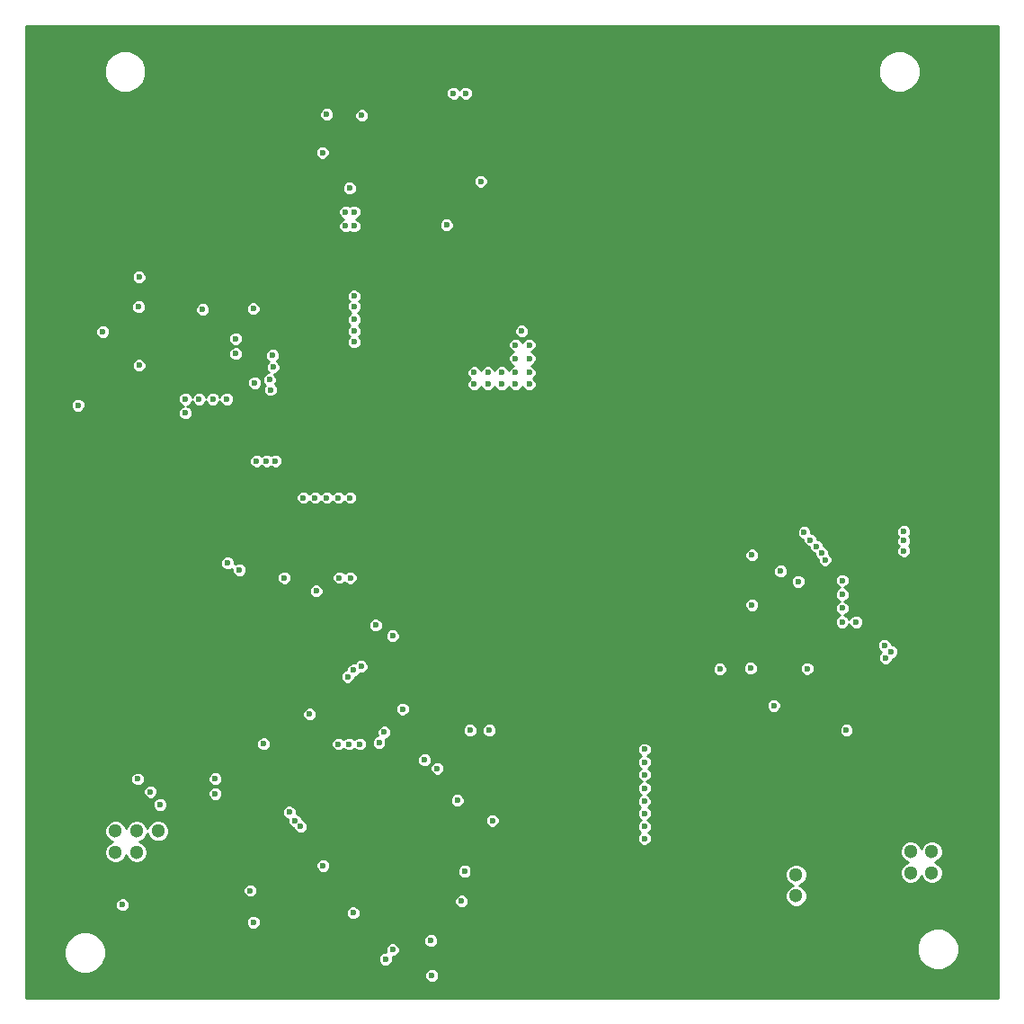
<source format=gbr>
G04 #@! TF.FileFunction,Copper,L2,Inr,Signal*
%FSLAX46Y46*%
G04 Gerber Fmt 4.6, Leading zero omitted, Abs format (unit mm)*
G04 Created by KiCad (PCBNEW 4.0.7) date Thursday, March 08, 2018 'PMt' 03:01:10 PM*
%MOMM*%
%LPD*%
G01*
G04 APERTURE LIST*
%ADD10C,0.100000*%
%ADD11C,0.600000*%
%ADD12R,1.300000X1.300000*%
%ADD13C,1.300000*%
%ADD14C,0.400000*%
%ADD15C,0.250000*%
G04 APERTURE END LIST*
D10*
D11*
X158800000Y-82100000D03*
X159700000Y-90700000D03*
X156100000Y-92900000D03*
X156100000Y-85300000D03*
X155500000Y-78500000D03*
X147600000Y-78200000D03*
X147400000Y-73700000D03*
X156800000Y-72700000D03*
X155600000Y-64500000D03*
X151700000Y-68900000D03*
X149200000Y-62200000D03*
X122700000Y-128800000D03*
X124200000Y-132800000D03*
X122700000Y-131300000D03*
X142600000Y-67200000D03*
X143700000Y-67200000D03*
X143700000Y-66000000D03*
X142600000Y-66000000D03*
X127800000Y-143600000D03*
X181500000Y-138300000D03*
D12*
X177500000Y-135000000D03*
D13*
X177500000Y-137000000D03*
X175500000Y-135000000D03*
X175500000Y-137000000D03*
X173500000Y-135000000D03*
X173500000Y-137000000D03*
D12*
X115400000Y-132900000D03*
D13*
X115400000Y-130900000D03*
X113400000Y-132900000D03*
X113400000Y-130900000D03*
X111400000Y-132900000D03*
X111400000Y-130900000D03*
D12*
X188277620Y-136834336D03*
D13*
X186277620Y-136834336D03*
X188277620Y-134834336D03*
X186277620Y-134834336D03*
X188277620Y-132834336D03*
X186277620Y-132834336D03*
D11*
X191000000Y-81000000D03*
X189500000Y-68000000D03*
X193000000Y-56500000D03*
X177000000Y-61000000D03*
X125000000Y-120500000D03*
X126500000Y-112400000D03*
X117000000Y-109300000D03*
X183500000Y-63500000D03*
X165500000Y-56500000D03*
X176500000Y-69000000D03*
X138500000Y-127000000D03*
X127400000Y-127000000D03*
X133000000Y-127500000D03*
X183000000Y-72500000D03*
X169500000Y-62000000D03*
X136000000Y-128500000D03*
X134500000Y-132500000D03*
X106900000Y-108500000D03*
X190000000Y-90000000D03*
X128000000Y-133000000D03*
X110300000Y-113600000D03*
X107500000Y-121000000D03*
X172000000Y-89500000D03*
X142000000Y-56000000D03*
X121100000Y-70850000D03*
X135000000Y-135500000D03*
X114500000Y-119300000D03*
X107000000Y-127500000D03*
X179000000Y-86500000D03*
X167000000Y-85000000D03*
X139500000Y-104000000D03*
X108500000Y-79500000D03*
X109000000Y-96000000D03*
X135500000Y-107500000D03*
X133200000Y-112300000D03*
X130000000Y-138000000D03*
X115500000Y-125000000D03*
X107500000Y-133400000D03*
X179000000Y-78500000D03*
X193500000Y-99500000D03*
X110000000Y-75000000D03*
X123000000Y-100000000D03*
X110000000Y-99500000D03*
X139500000Y-112600000D03*
X126500000Y-118900000D03*
X174500000Y-97000000D03*
X154600000Y-105000000D03*
X152000000Y-101400000D03*
X145600000Y-110200000D03*
X146600000Y-106000000D03*
X163700000Y-113000000D03*
X150900000Y-128200000D03*
X159500000Y-100000000D03*
X189500000Y-128900000D03*
X192800000Y-133900000D03*
X166000000Y-134800000D03*
X143900000Y-100600000D03*
X157400000Y-107500000D03*
X148900000Y-121500000D03*
X152800000Y-125800000D03*
X183000000Y-94500000D03*
X191400000Y-110900000D03*
X187000000Y-113700000D03*
X193400000Y-119400000D03*
X186100000Y-139000000D03*
X157000000Y-114500000D03*
X165100000Y-118900000D03*
X144600000Y-119300000D03*
X155900000Y-134100000D03*
X157100000Y-142900000D03*
X163500000Y-141000000D03*
X175900000Y-143800000D03*
X192000000Y-144500000D03*
X148500000Y-144000000D03*
X104500000Y-145500000D03*
X114000000Y-140900000D03*
X104500000Y-139500000D03*
X110000000Y-145500000D03*
X134000000Y-142500000D03*
X114500000Y-70500000D03*
X103600000Y-63000000D03*
X109400000Y-69500000D03*
X120800000Y-64300000D03*
X120500000Y-58000000D03*
X103500000Y-56000000D03*
X114500000Y-58000000D03*
X124500000Y-60500000D03*
X114500000Y-66150000D03*
X119800000Y-131900000D03*
X122300000Y-135000000D03*
X131700000Y-121300000D03*
X123200000Y-117300000D03*
X115900000Y-137200000D03*
X115234760Y-85181328D03*
X116334760Y-85181328D03*
X117434760Y-85181328D03*
X115234760Y-84081328D03*
X116334760Y-84081328D03*
X117434760Y-84081328D03*
X115234760Y-82981328D03*
X116334760Y-82981328D03*
X117434760Y-82981328D03*
X174859692Y-114005988D03*
X174859692Y-112905988D03*
X174859692Y-111805988D03*
X173759692Y-114005988D03*
X173759692Y-112905988D03*
X173759692Y-111805988D03*
X172659692Y-114005988D03*
X172659692Y-112905988D03*
X172659692Y-111805988D03*
D14*
X139322380Y-76231328D03*
X140022380Y-76231328D03*
X140022380Y-76931328D03*
X139322380Y-76931328D03*
D11*
X183350000Y-109200000D03*
X139800000Y-134000000D03*
X115372380Y-77145664D03*
X184439692Y-117205988D03*
X123725295Y-95244155D03*
X184857010Y-105482732D03*
X141521651Y-81902823D03*
X139730000Y-143280000D03*
X160400000Y-75200000D03*
X160400000Y-78200000D03*
X128260000Y-82600000D03*
X128260000Y-88600000D03*
X132900000Y-94900000D03*
X139000000Y-94900000D03*
X145000000Y-94900000D03*
X151000000Y-94900000D03*
X157000000Y-94900000D03*
X161740000Y-88700000D03*
X161740000Y-82700000D03*
X128260000Y-64500000D03*
X128260000Y-70600000D03*
X127100000Y-75200000D03*
X129400000Y-78100000D03*
X161740000Y-70500000D03*
X161740000Y-64600000D03*
X157000000Y-58270000D03*
X151000000Y-58270000D03*
X144900000Y-58270000D03*
X139000000Y-58270000D03*
X133000000Y-58265000D03*
X152700000Y-74100000D03*
X151500000Y-74100000D03*
X150300000Y-74100000D03*
X142324688Y-128938730D03*
X163700000Y-77900000D03*
X163700000Y-75200000D03*
X169379259Y-100020741D03*
X167900000Y-101400000D03*
X169300000Y-97200000D03*
X167900000Y-98600000D03*
X167900000Y-95900000D03*
X166500000Y-97220741D03*
X165100000Y-98599994D03*
X165100000Y-95900000D03*
X163700000Y-97200000D03*
X163700000Y-100000000D03*
X165100000Y-101400000D03*
X146460000Y-74450000D03*
X142551328Y-69781328D03*
X174929692Y-122335988D03*
X169210000Y-77980000D03*
X169100000Y-75200000D03*
X165100000Y-74100000D03*
X166500000Y-75180000D03*
X167900000Y-74100000D03*
X167900000Y-76700000D03*
X167900000Y-79000000D03*
X166500000Y-77980000D03*
X165100000Y-79000000D03*
X126100000Y-94400000D03*
X179924769Y-112560741D03*
X145100000Y-134800000D03*
X136200000Y-141700000D03*
X146600000Y-128600000D03*
X142900000Y-139300000D03*
X140512580Y-120450000D03*
X140512580Y-121690000D03*
X123370000Y-124830000D03*
X149500000Y-135700000D03*
X143410000Y-143620000D03*
X143410000Y-142190000D03*
X120690000Y-137410000D03*
X123690000Y-138340000D03*
X121130000Y-139660000D03*
X126480000Y-121440000D03*
X150210000Y-124410000D03*
X150210000Y-125700000D03*
X148600000Y-140500000D03*
X174924769Y-106560741D03*
X123400000Y-85200000D03*
X186739692Y-111105988D03*
X186739692Y-108905988D03*
X186739692Y-107405988D03*
X186739692Y-105505988D03*
X133160000Y-65940000D03*
X134810000Y-68440000D03*
X137820000Y-69700000D03*
X106958044Y-85481328D03*
X135572380Y-71215664D03*
X136272384Y-71215664D03*
X138272380Y-70915664D03*
X138272380Y-71615664D03*
X141572380Y-71515664D03*
X140272380Y-71515664D03*
X129772380Y-73815664D03*
X129772380Y-72615664D03*
X168539692Y-103865988D03*
X169459692Y-102645988D03*
X170389692Y-102635988D03*
X171419692Y-103765988D03*
X109892380Y-82805664D03*
X110162380Y-81875664D03*
X111522380Y-80245664D03*
X116312380Y-76555664D03*
X114532380Y-76885664D03*
X126532380Y-79835664D03*
X125432380Y-81895664D03*
X126572380Y-81105664D03*
X119832380Y-93615664D03*
X123762380Y-97085664D03*
X121732380Y-97065664D03*
X118132380Y-97065664D03*
X120212380Y-97065664D03*
X174069692Y-121325988D03*
X177918897Y-109515193D03*
X171639692Y-106505988D03*
X172339692Y-106505988D03*
X173039692Y-106505988D03*
X165439692Y-105905988D03*
X165439692Y-104205988D03*
X167603897Y-109385398D03*
X166319692Y-112845988D03*
X166669692Y-113855988D03*
X166889692Y-115665988D03*
X166669692Y-114795988D03*
X170629692Y-118765988D03*
X170019692Y-117775988D03*
X172419692Y-119455988D03*
X171689692Y-119005988D03*
X174239692Y-119655988D03*
X176147099Y-117385398D03*
X179109692Y-121155988D03*
X179109692Y-120305988D03*
X182939692Y-116005988D03*
X179639692Y-115205988D03*
X179639692Y-116205988D03*
X180639692Y-102005988D03*
X182439692Y-102005988D03*
X181539692Y-101005988D03*
X137372380Y-77715664D03*
X137412380Y-76005664D03*
X140672380Y-82815664D03*
X138172380Y-84115664D03*
X138872380Y-83415664D03*
X137572380Y-83415664D03*
X138872380Y-84815664D03*
X137572380Y-84815664D03*
X139572380Y-88815664D03*
X139572380Y-87515664D03*
X140872380Y-87515664D03*
X140872380Y-88815664D03*
X142172380Y-88815664D03*
X143872380Y-84815664D03*
X132672380Y-79115664D03*
X131872380Y-79115664D03*
X119822380Y-77915664D03*
X110472380Y-81115664D03*
X108922380Y-89515664D03*
X108172380Y-89515664D03*
X112922380Y-89765664D03*
X114022380Y-89765664D03*
X116622380Y-90265664D03*
X119622380Y-88465664D03*
X122672380Y-81865664D03*
X122672380Y-83615666D03*
X122672380Y-82765664D03*
X124072380Y-74915664D03*
X123272380Y-75715664D03*
X124922380Y-75715664D03*
X125372380Y-79065664D03*
X111852380Y-86585664D03*
X107982380Y-84505664D03*
X109582380Y-84655664D03*
X112052380Y-94695664D03*
X113062380Y-93265664D03*
X143872380Y-84075664D03*
X143872380Y-83315664D03*
X146600000Y-127100000D03*
X146600000Y-125760000D03*
X149672380Y-83815664D03*
X150372380Y-85115664D03*
X149072380Y-85115664D03*
X150372380Y-86415664D03*
X149072380Y-86415664D03*
X150372380Y-88815664D03*
X150372380Y-87715664D03*
X149072380Y-87715664D03*
X149072380Y-88815664D03*
X147772380Y-88815664D03*
X147772380Y-87715664D03*
X146472380Y-87715664D03*
X146472380Y-88815664D03*
X145172380Y-88815664D03*
X145172380Y-87715664D03*
X125350799Y-122678716D03*
X145800000Y-69700000D03*
X144300000Y-134700000D03*
X144000000Y-137500000D03*
X141200000Y-144500000D03*
X141100000Y-141200000D03*
X124400000Y-139500000D03*
X143600000Y-128000000D03*
X133460000Y-70350000D03*
X144800000Y-121400000D03*
X146600000Y-121400000D03*
X133900000Y-83800000D03*
X133900000Y-82700000D03*
X133900000Y-81500000D03*
X144380000Y-61420000D03*
X143210000Y-61420000D03*
X126469336Y-96040664D03*
X125610000Y-96040664D03*
X124680000Y-96040664D03*
X185639692Y-104505988D03*
X185639692Y-103560741D03*
X138440000Y-119400000D03*
X142572380Y-73815664D03*
X133872380Y-72615664D03*
X133872380Y-73915664D03*
X133072380Y-73915664D03*
X133072380Y-72615664D03*
X133872380Y-84815664D03*
X133872380Y-80515664D03*
X185639692Y-102675664D03*
X146900000Y-129900000D03*
X113572380Y-81515664D03*
X171214769Y-115560741D03*
X110201813Y-83858646D03*
X175705282Y-107405988D03*
X174039692Y-106405988D03*
X171339692Y-109605988D03*
X171339692Y-104905988D03*
X168309692Y-115645988D03*
X173389692Y-119085988D03*
X180239692Y-121405988D03*
X176539692Y-115605988D03*
X179839692Y-107305988D03*
X181139692Y-111205988D03*
X179839692Y-108605988D03*
X179839692Y-109905988D03*
X179839692Y-111205988D03*
X117972380Y-91515664D03*
X121872380Y-90215664D03*
X120572380Y-90215664D03*
X117972380Y-90215664D03*
X119272380Y-90215664D03*
X113622380Y-78715664D03*
X124372380Y-81715664D03*
X119602380Y-81765664D03*
X122722380Y-85945664D03*
X122712380Y-84525664D03*
X113622380Y-87045664D03*
X107872380Y-90815664D03*
X115600000Y-128400000D03*
X128830000Y-130480000D03*
X112060000Y-137840000D03*
X124100000Y-136500000D03*
X128280350Y-129902590D03*
X114700000Y-127200000D03*
X127770000Y-129130000D03*
X113500000Y-126000000D03*
X134600000Y-63500000D03*
X137501529Y-142081824D03*
X136846035Y-142960187D03*
X131300000Y-63400000D03*
X134531438Y-115381147D03*
X134400000Y-122700000D03*
X133822590Y-115737312D03*
X133400000Y-122700000D03*
X133269999Y-116352228D03*
X132400000Y-122700000D03*
X120800219Y-125974604D03*
X120800000Y-127389990D03*
X121970000Y-105650000D03*
X141700000Y-125000000D03*
X123060000Y-106300000D03*
X140500000Y-124200000D03*
X129679825Y-119885736D03*
X130900000Y-67000000D03*
X137500000Y-112500000D03*
X136710000Y-121590000D03*
X135915981Y-111515981D03*
X136215980Y-122590000D03*
X132484790Y-107036822D03*
X127300000Y-107050000D03*
X133512010Y-107052531D03*
X130949027Y-134150973D03*
X133800000Y-138600000D03*
X130300000Y-108300000D03*
X183924769Y-114578988D03*
X161219259Y-123204769D03*
X184446682Y-114001580D03*
X161219259Y-124424769D03*
X183810224Y-113420168D03*
X161229259Y-125584769D03*
X178224769Y-105360741D03*
X161219261Y-126874769D03*
X161209547Y-128094481D03*
X177888285Y-104687772D03*
X177416201Y-104101902D03*
X161219259Y-129244769D03*
X176838791Y-103480741D03*
X161219259Y-130454769D03*
X161229259Y-131604769D03*
X176261381Y-102765709D03*
X129100000Y-99500000D03*
X124496079Y-88688299D03*
X130200000Y-99500000D03*
X125993564Y-89341009D03*
X131300000Y-99500000D03*
X125900000Y-88400000D03*
X132400000Y-99500000D03*
X126234534Y-87185075D03*
X133500000Y-99500000D03*
X126200000Y-86100000D03*
D15*
G36*
X194550000Y-146650000D02*
X102950000Y-146650000D01*
X102950000Y-144633677D01*
X140524883Y-144633677D01*
X140627429Y-144881857D01*
X140817144Y-145071903D01*
X141065145Y-145174883D01*
X141333677Y-145175117D01*
X141581857Y-145072571D01*
X141771903Y-144882856D01*
X141874883Y-144634855D01*
X141875117Y-144366323D01*
X141772571Y-144118143D01*
X141582856Y-143928097D01*
X141334855Y-143825117D01*
X141066323Y-143824883D01*
X140818143Y-143927429D01*
X140628097Y-144117144D01*
X140525117Y-144365145D01*
X140524883Y-144633677D01*
X102950000Y-144633677D01*
X102950000Y-142741128D01*
X106549657Y-142741128D01*
X106849700Y-143467286D01*
X107404791Y-144023348D01*
X108130425Y-144324657D01*
X108916128Y-144325343D01*
X109642286Y-144025300D01*
X110198348Y-143470209D01*
X110354619Y-143093864D01*
X136170918Y-143093864D01*
X136273464Y-143342044D01*
X136463179Y-143532090D01*
X136711180Y-143635070D01*
X136979712Y-143635304D01*
X137227892Y-143532758D01*
X137417938Y-143343043D01*
X137520918Y-143095042D01*
X137521152Y-142826510D01*
X137492355Y-142756817D01*
X137635206Y-142756941D01*
X137883386Y-142654395D01*
X138073432Y-142464680D01*
X138095668Y-142411128D01*
X186879657Y-142411128D01*
X187179700Y-143137286D01*
X187734791Y-143693348D01*
X188460425Y-143994657D01*
X189246128Y-143995343D01*
X189972286Y-143695300D01*
X190528348Y-143140209D01*
X190829657Y-142414575D01*
X190830343Y-141628872D01*
X190530300Y-140902714D01*
X189975209Y-140346652D01*
X189249575Y-140045343D01*
X188463872Y-140044657D01*
X187737714Y-140344700D01*
X187181652Y-140899791D01*
X186880343Y-141625425D01*
X186879657Y-142411128D01*
X138095668Y-142411128D01*
X138176412Y-142216679D01*
X138176646Y-141948147D01*
X138074100Y-141699967D01*
X137884385Y-141509921D01*
X137636384Y-141406941D01*
X137367852Y-141406707D01*
X137119672Y-141509253D01*
X136929626Y-141698968D01*
X136826646Y-141946969D01*
X136826412Y-142215501D01*
X136855209Y-142285194D01*
X136712358Y-142285070D01*
X136464178Y-142387616D01*
X136274132Y-142577331D01*
X136171152Y-142825332D01*
X136170918Y-143093864D01*
X110354619Y-143093864D01*
X110499657Y-142744575D01*
X110500343Y-141958872D01*
X110242018Y-141333677D01*
X140424883Y-141333677D01*
X140527429Y-141581857D01*
X140717144Y-141771903D01*
X140965145Y-141874883D01*
X141233677Y-141875117D01*
X141481857Y-141772571D01*
X141671903Y-141582856D01*
X141774883Y-141334855D01*
X141775117Y-141066323D01*
X141672571Y-140818143D01*
X141482856Y-140628097D01*
X141234855Y-140525117D01*
X140966323Y-140524883D01*
X140718143Y-140627429D01*
X140528097Y-140817144D01*
X140425117Y-141065145D01*
X140424883Y-141333677D01*
X110242018Y-141333677D01*
X110200300Y-141232714D01*
X109645209Y-140676652D01*
X108919575Y-140375343D01*
X108133872Y-140374657D01*
X107407714Y-140674700D01*
X106851652Y-141229791D01*
X106550343Y-141955425D01*
X106549657Y-142741128D01*
X102950000Y-142741128D01*
X102950000Y-139633677D01*
X123724883Y-139633677D01*
X123827429Y-139881857D01*
X124017144Y-140071903D01*
X124265145Y-140174883D01*
X124533677Y-140175117D01*
X124781857Y-140072571D01*
X124971903Y-139882856D01*
X125074883Y-139634855D01*
X125075117Y-139366323D01*
X124972571Y-139118143D01*
X124782856Y-138928097D01*
X124534855Y-138825117D01*
X124266323Y-138824883D01*
X124018143Y-138927429D01*
X123828097Y-139117144D01*
X123725117Y-139365145D01*
X123724883Y-139633677D01*
X102950000Y-139633677D01*
X102950000Y-138733677D01*
X133124883Y-138733677D01*
X133227429Y-138981857D01*
X133417144Y-139171903D01*
X133665145Y-139274883D01*
X133933677Y-139275117D01*
X134181857Y-139172571D01*
X134371903Y-138982856D01*
X134474883Y-138734855D01*
X134475117Y-138466323D01*
X134372571Y-138218143D01*
X134182856Y-138028097D01*
X133934855Y-137925117D01*
X133666323Y-137924883D01*
X133418143Y-138027429D01*
X133228097Y-138217144D01*
X133125117Y-138465145D01*
X133124883Y-138733677D01*
X102950000Y-138733677D01*
X102950000Y-137973677D01*
X111384883Y-137973677D01*
X111487429Y-138221857D01*
X111677144Y-138411903D01*
X111925145Y-138514883D01*
X112193677Y-138515117D01*
X112441857Y-138412571D01*
X112631903Y-138222856D01*
X112734883Y-137974855D01*
X112735117Y-137706323D01*
X112705101Y-137633677D01*
X143324883Y-137633677D01*
X143427429Y-137881857D01*
X143617144Y-138071903D01*
X143865145Y-138174883D01*
X144133677Y-138175117D01*
X144381857Y-138072571D01*
X144571903Y-137882856D01*
X144674883Y-137634855D01*
X144675117Y-137366323D01*
X144572571Y-137118143D01*
X144382856Y-136928097D01*
X144134855Y-136825117D01*
X143866323Y-136824883D01*
X143618143Y-136927429D01*
X143428097Y-137117144D01*
X143325117Y-137365145D01*
X143324883Y-137633677D01*
X112705101Y-137633677D01*
X112632571Y-137458143D01*
X112442856Y-137268097D01*
X112194855Y-137165117D01*
X111926323Y-137164883D01*
X111678143Y-137267429D01*
X111488097Y-137457144D01*
X111385117Y-137705145D01*
X111384883Y-137973677D01*
X102950000Y-137973677D01*
X102950000Y-136633677D01*
X123424883Y-136633677D01*
X123527429Y-136881857D01*
X123717144Y-137071903D01*
X123965145Y-137174883D01*
X124233677Y-137175117D01*
X124481857Y-137072571D01*
X124671903Y-136882856D01*
X124774883Y-136634855D01*
X124775117Y-136366323D01*
X124672571Y-136118143D01*
X124482856Y-135928097D01*
X124234855Y-135825117D01*
X123966323Y-135824883D01*
X123718143Y-135927429D01*
X123528097Y-136117144D01*
X123425117Y-136365145D01*
X123424883Y-136633677D01*
X102950000Y-136633677D01*
X102950000Y-134833677D01*
X143624883Y-134833677D01*
X143727429Y-135081857D01*
X143917144Y-135271903D01*
X144165145Y-135374883D01*
X144433677Y-135375117D01*
X144681857Y-135272571D01*
X144751558Y-135202991D01*
X174474822Y-135202991D01*
X174630541Y-135579857D01*
X174918626Y-135868446D01*
X175235757Y-136000131D01*
X174920143Y-136130541D01*
X174631554Y-136418626D01*
X174475178Y-136795220D01*
X174474822Y-137202991D01*
X174630541Y-137579857D01*
X174918626Y-137868446D01*
X175295220Y-138024822D01*
X175702991Y-138025178D01*
X176079857Y-137869459D01*
X176368446Y-137581374D01*
X176524822Y-137204780D01*
X176525178Y-136797009D01*
X176369459Y-136420143D01*
X176081374Y-136131554D01*
X175764243Y-135999869D01*
X176079857Y-135869459D01*
X176368446Y-135581374D01*
X176524822Y-135204780D01*
X176525178Y-134797009D01*
X176369459Y-134420143D01*
X176081374Y-134131554D01*
X175704780Y-133975178D01*
X175297009Y-133974822D01*
X174920143Y-134130541D01*
X174631554Y-134418626D01*
X174475178Y-134795220D01*
X174474822Y-135202991D01*
X144751558Y-135202991D01*
X144871903Y-135082856D01*
X144974883Y-134834855D01*
X144975117Y-134566323D01*
X144872571Y-134318143D01*
X144682856Y-134128097D01*
X144434855Y-134025117D01*
X144166323Y-134024883D01*
X143918143Y-134127429D01*
X143728097Y-134317144D01*
X143625117Y-134565145D01*
X143624883Y-134833677D01*
X102950000Y-134833677D01*
X102950000Y-134284650D01*
X130273910Y-134284650D01*
X130376456Y-134532830D01*
X130566171Y-134722876D01*
X130814172Y-134825856D01*
X131082704Y-134826090D01*
X131330884Y-134723544D01*
X131520930Y-134533829D01*
X131623910Y-134285828D01*
X131624144Y-134017296D01*
X131521598Y-133769116D01*
X131331883Y-133579070D01*
X131083882Y-133476090D01*
X130815350Y-133475856D01*
X130567170Y-133578402D01*
X130377124Y-133768117D01*
X130274144Y-134016118D01*
X130273910Y-134284650D01*
X102950000Y-134284650D01*
X102950000Y-131102991D01*
X110374822Y-131102991D01*
X110530541Y-131479857D01*
X110818626Y-131768446D01*
X111135757Y-131900131D01*
X110820143Y-132030541D01*
X110531554Y-132318626D01*
X110375178Y-132695220D01*
X110374822Y-133102991D01*
X110530541Y-133479857D01*
X110818626Y-133768446D01*
X111195220Y-133924822D01*
X111602991Y-133925178D01*
X111979857Y-133769459D01*
X112268446Y-133481374D01*
X112400131Y-133164243D01*
X112530541Y-133479857D01*
X112818626Y-133768446D01*
X113195220Y-133924822D01*
X113602991Y-133925178D01*
X113979857Y-133769459D01*
X114268446Y-133481374D01*
X114424822Y-133104780D01*
X114424880Y-133037327D01*
X185252442Y-133037327D01*
X185408161Y-133414193D01*
X185696246Y-133702782D01*
X186013377Y-133834467D01*
X185697763Y-133964877D01*
X185409174Y-134252962D01*
X185252798Y-134629556D01*
X185252442Y-135037327D01*
X185408161Y-135414193D01*
X185696246Y-135702782D01*
X186072840Y-135859158D01*
X186480611Y-135859514D01*
X186857477Y-135703795D01*
X187146066Y-135415710D01*
X187277751Y-135098579D01*
X187408161Y-135414193D01*
X187696246Y-135702782D01*
X188072840Y-135859158D01*
X188480611Y-135859514D01*
X188857477Y-135703795D01*
X189146066Y-135415710D01*
X189302442Y-135039116D01*
X189302798Y-134631345D01*
X189147079Y-134254479D01*
X188858994Y-133965890D01*
X188541863Y-133834205D01*
X188857477Y-133703795D01*
X189146066Y-133415710D01*
X189302442Y-133039116D01*
X189302798Y-132631345D01*
X189147079Y-132254479D01*
X188858994Y-131965890D01*
X188482400Y-131809514D01*
X188074629Y-131809158D01*
X187697763Y-131964877D01*
X187409174Y-132252962D01*
X187277489Y-132570093D01*
X187147079Y-132254479D01*
X186858994Y-131965890D01*
X186482400Y-131809514D01*
X186074629Y-131809158D01*
X185697763Y-131964877D01*
X185409174Y-132252962D01*
X185252798Y-132629556D01*
X185252442Y-133037327D01*
X114424880Y-133037327D01*
X114425178Y-132697009D01*
X114269459Y-132320143D01*
X113981374Y-132031554D01*
X113664243Y-131899869D01*
X113979857Y-131769459D01*
X114268446Y-131481374D01*
X114400131Y-131164243D01*
X114530541Y-131479857D01*
X114818626Y-131768446D01*
X115195220Y-131924822D01*
X115602991Y-131925178D01*
X115979857Y-131769459D01*
X116268446Y-131481374D01*
X116424822Y-131104780D01*
X116425178Y-130697009D01*
X116269459Y-130320143D01*
X115981374Y-130031554D01*
X115604780Y-129875178D01*
X115197009Y-129874822D01*
X114820143Y-130030541D01*
X114531554Y-130318626D01*
X114399869Y-130635757D01*
X114269459Y-130320143D01*
X113981374Y-130031554D01*
X113604780Y-129875178D01*
X113197009Y-129874822D01*
X112820143Y-130030541D01*
X112531554Y-130318626D01*
X112399869Y-130635757D01*
X112269459Y-130320143D01*
X111981374Y-130031554D01*
X111604780Y-129875178D01*
X111197009Y-129874822D01*
X110820143Y-130030541D01*
X110531554Y-130318626D01*
X110375178Y-130695220D01*
X110374822Y-131102991D01*
X102950000Y-131102991D01*
X102950000Y-129263677D01*
X127094883Y-129263677D01*
X127197429Y-129511857D01*
X127387144Y-129701903D01*
X127605445Y-129792551D01*
X127605233Y-130036267D01*
X127707779Y-130284447D01*
X127897494Y-130474493D01*
X128145495Y-130577473D01*
X128154915Y-130577481D01*
X128154883Y-130613677D01*
X128257429Y-130861857D01*
X128447144Y-131051903D01*
X128695145Y-131154883D01*
X128963677Y-131155117D01*
X129211857Y-131052571D01*
X129401903Y-130862856D01*
X129504883Y-130614855D01*
X129505117Y-130346323D01*
X129402571Y-130098143D01*
X129338218Y-130033677D01*
X146224883Y-130033677D01*
X146327429Y-130281857D01*
X146517144Y-130471903D01*
X146765145Y-130574883D01*
X147033677Y-130575117D01*
X147281857Y-130472571D01*
X147471903Y-130282856D01*
X147574883Y-130034855D01*
X147575117Y-129766323D01*
X147472571Y-129518143D01*
X147282856Y-129328097D01*
X147034855Y-129225117D01*
X146766323Y-129224883D01*
X146518143Y-129327429D01*
X146328097Y-129517144D01*
X146225117Y-129765145D01*
X146224883Y-130033677D01*
X129338218Y-130033677D01*
X129212856Y-129908097D01*
X128964855Y-129805117D01*
X128955435Y-129805109D01*
X128955467Y-129768913D01*
X128852921Y-129520733D01*
X128663206Y-129330687D01*
X128444905Y-129240039D01*
X128445117Y-128996323D01*
X128342571Y-128748143D01*
X128152856Y-128558097D01*
X127904855Y-128455117D01*
X127636323Y-128454883D01*
X127388143Y-128557429D01*
X127198097Y-128747144D01*
X127095117Y-128995145D01*
X127094883Y-129263677D01*
X102950000Y-129263677D01*
X102950000Y-128533677D01*
X114924883Y-128533677D01*
X115027429Y-128781857D01*
X115217144Y-128971903D01*
X115465145Y-129074883D01*
X115733677Y-129075117D01*
X115981857Y-128972571D01*
X116171903Y-128782856D01*
X116274883Y-128534855D01*
X116275117Y-128266323D01*
X116220309Y-128133677D01*
X142924883Y-128133677D01*
X143027429Y-128381857D01*
X143217144Y-128571903D01*
X143465145Y-128674883D01*
X143733677Y-128675117D01*
X143981857Y-128572571D01*
X144171903Y-128382856D01*
X144236139Y-128228158D01*
X160534430Y-128228158D01*
X160636976Y-128476338D01*
X160826691Y-128666384D01*
X160839051Y-128671517D01*
X160837402Y-128672198D01*
X160647356Y-128861913D01*
X160544376Y-129109914D01*
X160544142Y-129378446D01*
X160646688Y-129626626D01*
X160836403Y-129816672D01*
X160915998Y-129849723D01*
X160837402Y-129882198D01*
X160647356Y-130071913D01*
X160544376Y-130319914D01*
X160544142Y-130588446D01*
X160646688Y-130836626D01*
X160836403Y-131026672D01*
X160848559Y-131031720D01*
X160847402Y-131032198D01*
X160657356Y-131221913D01*
X160554376Y-131469914D01*
X160554142Y-131738446D01*
X160656688Y-131986626D01*
X160846403Y-132176672D01*
X161094404Y-132279652D01*
X161362936Y-132279886D01*
X161611116Y-132177340D01*
X161801162Y-131987625D01*
X161904142Y-131739624D01*
X161904376Y-131471092D01*
X161801830Y-131222912D01*
X161612115Y-131032866D01*
X161599959Y-131027818D01*
X161601116Y-131027340D01*
X161791162Y-130837625D01*
X161894142Y-130589624D01*
X161894376Y-130321092D01*
X161791830Y-130072912D01*
X161602115Y-129882866D01*
X161522520Y-129849815D01*
X161601116Y-129817340D01*
X161791162Y-129627625D01*
X161894142Y-129379624D01*
X161894376Y-129111092D01*
X161791830Y-128862912D01*
X161602115Y-128672866D01*
X161589755Y-128667733D01*
X161591404Y-128667052D01*
X161781450Y-128477337D01*
X161884430Y-128229336D01*
X161884664Y-127960804D01*
X161782118Y-127712624D01*
X161592403Y-127522578D01*
X161505930Y-127486671D01*
X161601118Y-127447340D01*
X161791164Y-127257625D01*
X161894144Y-127009624D01*
X161894378Y-126741092D01*
X161791832Y-126492912D01*
X161602117Y-126302866D01*
X161430941Y-126231787D01*
X161611116Y-126157340D01*
X161801162Y-125967625D01*
X161904142Y-125719624D01*
X161904376Y-125451092D01*
X161801830Y-125202912D01*
X161612115Y-125012866D01*
X161587888Y-125002806D01*
X161601116Y-124997340D01*
X161791162Y-124807625D01*
X161894142Y-124559624D01*
X161894376Y-124291092D01*
X161791830Y-124042912D01*
X161602115Y-123852866D01*
X161510449Y-123814803D01*
X161601116Y-123777340D01*
X161791162Y-123587625D01*
X161894142Y-123339624D01*
X161894376Y-123071092D01*
X161791830Y-122822912D01*
X161602115Y-122632866D01*
X161354114Y-122529886D01*
X161085582Y-122529652D01*
X160837402Y-122632198D01*
X160647356Y-122821913D01*
X160544376Y-123069914D01*
X160544142Y-123338446D01*
X160646688Y-123586626D01*
X160836403Y-123776672D01*
X160928069Y-123814735D01*
X160837402Y-123852198D01*
X160647356Y-124041913D01*
X160544376Y-124289914D01*
X160544142Y-124558446D01*
X160646688Y-124806626D01*
X160836403Y-124996672D01*
X160860630Y-125006732D01*
X160847402Y-125012198D01*
X160657356Y-125201913D01*
X160554376Y-125449914D01*
X160554142Y-125718446D01*
X160656688Y-125966626D01*
X160846403Y-126156672D01*
X161017579Y-126227751D01*
X160837404Y-126302198D01*
X160647358Y-126491913D01*
X160544378Y-126739914D01*
X160544144Y-127008446D01*
X160646690Y-127256626D01*
X160836405Y-127446672D01*
X160922878Y-127482579D01*
X160827690Y-127521910D01*
X160637644Y-127711625D01*
X160534664Y-127959626D01*
X160534430Y-128228158D01*
X144236139Y-128228158D01*
X144274883Y-128134855D01*
X144275117Y-127866323D01*
X144172571Y-127618143D01*
X143982856Y-127428097D01*
X143734855Y-127325117D01*
X143466323Y-127324883D01*
X143218143Y-127427429D01*
X143028097Y-127617144D01*
X142925117Y-127865145D01*
X142924883Y-128133677D01*
X116220309Y-128133677D01*
X116172571Y-128018143D01*
X115982856Y-127828097D01*
X115734855Y-127725117D01*
X115466323Y-127724883D01*
X115218143Y-127827429D01*
X115028097Y-128017144D01*
X114925117Y-128265145D01*
X114924883Y-128533677D01*
X102950000Y-128533677D01*
X102950000Y-127333677D01*
X114024883Y-127333677D01*
X114127429Y-127581857D01*
X114317144Y-127771903D01*
X114565145Y-127874883D01*
X114833677Y-127875117D01*
X115081857Y-127772571D01*
X115271903Y-127582856D01*
X115296480Y-127523667D01*
X120124883Y-127523667D01*
X120227429Y-127771847D01*
X120417144Y-127961893D01*
X120665145Y-128064873D01*
X120933677Y-128065107D01*
X121181857Y-127962561D01*
X121371903Y-127772846D01*
X121474883Y-127524845D01*
X121475117Y-127256313D01*
X121372571Y-127008133D01*
X121182856Y-126818087D01*
X120934855Y-126715107D01*
X120666323Y-126714873D01*
X120418143Y-126817419D01*
X120228097Y-127007134D01*
X120125117Y-127255135D01*
X120124883Y-127523667D01*
X115296480Y-127523667D01*
X115374883Y-127334855D01*
X115375117Y-127066323D01*
X115272571Y-126818143D01*
X115082856Y-126628097D01*
X114834855Y-126525117D01*
X114566323Y-126524883D01*
X114318143Y-126627429D01*
X114128097Y-126817144D01*
X114025117Y-127065145D01*
X114024883Y-127333677D01*
X102950000Y-127333677D01*
X102950000Y-126133677D01*
X112824883Y-126133677D01*
X112927429Y-126381857D01*
X113117144Y-126571903D01*
X113365145Y-126674883D01*
X113633677Y-126675117D01*
X113881857Y-126572571D01*
X114071903Y-126382856D01*
X114174883Y-126134855D01*
X114174906Y-126108281D01*
X120125102Y-126108281D01*
X120227648Y-126356461D01*
X120417363Y-126546507D01*
X120665364Y-126649487D01*
X120933896Y-126649721D01*
X121182076Y-126547175D01*
X121372122Y-126357460D01*
X121475102Y-126109459D01*
X121475336Y-125840927D01*
X121372790Y-125592747D01*
X121183075Y-125402701D01*
X120935074Y-125299721D01*
X120666542Y-125299487D01*
X120418362Y-125402033D01*
X120228316Y-125591748D01*
X120125336Y-125839749D01*
X120125102Y-126108281D01*
X114174906Y-126108281D01*
X114175117Y-125866323D01*
X114072571Y-125618143D01*
X113882856Y-125428097D01*
X113634855Y-125325117D01*
X113366323Y-125324883D01*
X113118143Y-125427429D01*
X112928097Y-125617144D01*
X112825117Y-125865145D01*
X112824883Y-126133677D01*
X102950000Y-126133677D01*
X102950000Y-125133677D01*
X141024883Y-125133677D01*
X141127429Y-125381857D01*
X141317144Y-125571903D01*
X141565145Y-125674883D01*
X141833677Y-125675117D01*
X142081857Y-125572571D01*
X142271903Y-125382856D01*
X142374883Y-125134855D01*
X142375117Y-124866323D01*
X142272571Y-124618143D01*
X142082856Y-124428097D01*
X141834855Y-124325117D01*
X141566323Y-124324883D01*
X141318143Y-124427429D01*
X141128097Y-124617144D01*
X141025117Y-124865145D01*
X141024883Y-125133677D01*
X102950000Y-125133677D01*
X102950000Y-124333677D01*
X139824883Y-124333677D01*
X139927429Y-124581857D01*
X140117144Y-124771903D01*
X140365145Y-124874883D01*
X140633677Y-124875117D01*
X140881857Y-124772571D01*
X141071903Y-124582856D01*
X141174883Y-124334855D01*
X141175117Y-124066323D01*
X141072571Y-123818143D01*
X140882856Y-123628097D01*
X140634855Y-123525117D01*
X140366323Y-123524883D01*
X140118143Y-123627429D01*
X139928097Y-123817144D01*
X139825117Y-124065145D01*
X139824883Y-124333677D01*
X102950000Y-124333677D01*
X102950000Y-122812393D01*
X124675682Y-122812393D01*
X124778228Y-123060573D01*
X124967943Y-123250619D01*
X125215944Y-123353599D01*
X125484476Y-123353833D01*
X125732656Y-123251287D01*
X125922702Y-123061572D01*
X126017333Y-122833677D01*
X131724883Y-122833677D01*
X131827429Y-123081857D01*
X132017144Y-123271903D01*
X132265145Y-123374883D01*
X132533677Y-123375117D01*
X132781857Y-123272571D01*
X132900040Y-123154594D01*
X133017144Y-123271903D01*
X133265145Y-123374883D01*
X133533677Y-123375117D01*
X133781857Y-123272571D01*
X133900040Y-123154594D01*
X134017144Y-123271903D01*
X134265145Y-123374883D01*
X134533677Y-123375117D01*
X134781857Y-123272571D01*
X134971903Y-123082856D01*
X135074883Y-122834855D01*
X135074979Y-122723677D01*
X135540863Y-122723677D01*
X135643409Y-122971857D01*
X135833124Y-123161903D01*
X136081125Y-123264883D01*
X136349657Y-123265117D01*
X136597837Y-123162571D01*
X136787883Y-122972856D01*
X136890863Y-122724855D01*
X136891097Y-122456323D01*
X136812081Y-122265089D01*
X136843677Y-122265117D01*
X137091857Y-122162571D01*
X137281903Y-121972856D01*
X137384883Y-121724855D01*
X137385049Y-121533677D01*
X144124883Y-121533677D01*
X144227429Y-121781857D01*
X144417144Y-121971903D01*
X144665145Y-122074883D01*
X144933677Y-122075117D01*
X145181857Y-121972571D01*
X145371903Y-121782856D01*
X145474883Y-121534855D01*
X145474884Y-121533677D01*
X145924883Y-121533677D01*
X146027429Y-121781857D01*
X146217144Y-121971903D01*
X146465145Y-122074883D01*
X146733677Y-122075117D01*
X146981857Y-121972571D01*
X147171903Y-121782856D01*
X147272885Y-121539665D01*
X179564575Y-121539665D01*
X179667121Y-121787845D01*
X179856836Y-121977891D01*
X180104837Y-122080871D01*
X180373369Y-122081105D01*
X180621549Y-121978559D01*
X180811595Y-121788844D01*
X180914575Y-121540843D01*
X180914809Y-121272311D01*
X180812263Y-121024131D01*
X180622548Y-120834085D01*
X180374547Y-120731105D01*
X180106015Y-120730871D01*
X179857835Y-120833417D01*
X179667789Y-121023132D01*
X179564809Y-121271133D01*
X179564575Y-121539665D01*
X147272885Y-121539665D01*
X147274883Y-121534855D01*
X147275117Y-121266323D01*
X147172571Y-121018143D01*
X146982856Y-120828097D01*
X146734855Y-120725117D01*
X146466323Y-120724883D01*
X146218143Y-120827429D01*
X146028097Y-121017144D01*
X145925117Y-121265145D01*
X145924883Y-121533677D01*
X145474884Y-121533677D01*
X145475117Y-121266323D01*
X145372571Y-121018143D01*
X145182856Y-120828097D01*
X144934855Y-120725117D01*
X144666323Y-120724883D01*
X144418143Y-120827429D01*
X144228097Y-121017144D01*
X144125117Y-121265145D01*
X144124883Y-121533677D01*
X137385049Y-121533677D01*
X137385117Y-121456323D01*
X137282571Y-121208143D01*
X137092856Y-121018097D01*
X136844855Y-120915117D01*
X136576323Y-120914883D01*
X136328143Y-121017429D01*
X136138097Y-121207144D01*
X136035117Y-121455145D01*
X136034883Y-121723677D01*
X136113899Y-121914911D01*
X136082303Y-121914883D01*
X135834123Y-122017429D01*
X135644077Y-122207144D01*
X135541097Y-122455145D01*
X135540863Y-122723677D01*
X135074979Y-122723677D01*
X135075117Y-122566323D01*
X134972571Y-122318143D01*
X134782856Y-122128097D01*
X134534855Y-122025117D01*
X134266323Y-122024883D01*
X134018143Y-122127429D01*
X133899960Y-122245406D01*
X133782856Y-122128097D01*
X133534855Y-122025117D01*
X133266323Y-122024883D01*
X133018143Y-122127429D01*
X132899960Y-122245406D01*
X132782856Y-122128097D01*
X132534855Y-122025117D01*
X132266323Y-122024883D01*
X132018143Y-122127429D01*
X131828097Y-122317144D01*
X131725117Y-122565145D01*
X131724883Y-122833677D01*
X126017333Y-122833677D01*
X126025682Y-122813571D01*
X126025916Y-122545039D01*
X125923370Y-122296859D01*
X125733655Y-122106813D01*
X125485654Y-122003833D01*
X125217122Y-122003599D01*
X124968942Y-122106145D01*
X124778896Y-122295860D01*
X124675916Y-122543861D01*
X124675682Y-122812393D01*
X102950000Y-122812393D01*
X102950000Y-120019413D01*
X129004708Y-120019413D01*
X129107254Y-120267593D01*
X129296969Y-120457639D01*
X129544970Y-120560619D01*
X129813502Y-120560853D01*
X130061682Y-120458307D01*
X130251728Y-120268592D01*
X130354708Y-120020591D01*
X130354942Y-119752059D01*
X130264709Y-119533677D01*
X137764883Y-119533677D01*
X137867429Y-119781857D01*
X138057144Y-119971903D01*
X138305145Y-120074883D01*
X138573677Y-120075117D01*
X138821857Y-119972571D01*
X139011903Y-119782856D01*
X139114883Y-119534855D01*
X139115117Y-119266323D01*
X139095839Y-119219665D01*
X172714575Y-119219665D01*
X172817121Y-119467845D01*
X173006836Y-119657891D01*
X173254837Y-119760871D01*
X173523369Y-119761105D01*
X173771549Y-119658559D01*
X173961595Y-119468844D01*
X174064575Y-119220843D01*
X174064809Y-118952311D01*
X173962263Y-118704131D01*
X173772548Y-118514085D01*
X173524547Y-118411105D01*
X173256015Y-118410871D01*
X173007835Y-118513417D01*
X172817789Y-118703132D01*
X172714809Y-118951133D01*
X172714575Y-119219665D01*
X139095839Y-119219665D01*
X139012571Y-119018143D01*
X138822856Y-118828097D01*
X138574855Y-118725117D01*
X138306323Y-118724883D01*
X138058143Y-118827429D01*
X137868097Y-119017144D01*
X137765117Y-119265145D01*
X137764883Y-119533677D01*
X130264709Y-119533677D01*
X130252396Y-119503879D01*
X130062681Y-119313833D01*
X129814680Y-119210853D01*
X129546148Y-119210619D01*
X129297968Y-119313165D01*
X129107922Y-119502880D01*
X129004942Y-119750881D01*
X129004708Y-120019413D01*
X102950000Y-120019413D01*
X102950000Y-116485905D01*
X132594882Y-116485905D01*
X132697428Y-116734085D01*
X132887143Y-116924131D01*
X133135144Y-117027111D01*
X133403676Y-117027345D01*
X133651856Y-116924799D01*
X133841902Y-116735084D01*
X133944882Y-116487083D01*
X133944947Y-116412419D01*
X133956267Y-116412429D01*
X134204447Y-116309883D01*
X134394493Y-116120168D01*
X134421117Y-116056051D01*
X134665115Y-116056264D01*
X134913295Y-115953718D01*
X135087651Y-115779665D01*
X167634575Y-115779665D01*
X167737121Y-116027845D01*
X167926836Y-116217891D01*
X168174837Y-116320871D01*
X168443369Y-116321105D01*
X168691549Y-116218559D01*
X168881595Y-116028844D01*
X168984575Y-115780843D01*
X168984650Y-115694418D01*
X170539652Y-115694418D01*
X170642198Y-115942598D01*
X170831913Y-116132644D01*
X171079914Y-116235624D01*
X171348446Y-116235858D01*
X171596626Y-116133312D01*
X171786672Y-115943597D01*
X171871352Y-115739665D01*
X175864575Y-115739665D01*
X175967121Y-115987845D01*
X176156836Y-116177891D01*
X176404837Y-116280871D01*
X176673369Y-116281105D01*
X176921549Y-116178559D01*
X177111595Y-115988844D01*
X177214575Y-115740843D01*
X177214809Y-115472311D01*
X177112263Y-115224131D01*
X176922548Y-115034085D01*
X176674547Y-114931105D01*
X176406015Y-114930871D01*
X176157835Y-115033417D01*
X175967789Y-115223132D01*
X175864809Y-115471133D01*
X175864575Y-115739665D01*
X171871352Y-115739665D01*
X171889652Y-115695596D01*
X171889886Y-115427064D01*
X171787340Y-115178884D01*
X171597625Y-114988838D01*
X171349624Y-114885858D01*
X171081092Y-114885624D01*
X170832912Y-114988170D01*
X170642866Y-115177885D01*
X170539886Y-115425886D01*
X170539652Y-115694418D01*
X168984650Y-115694418D01*
X168984809Y-115512311D01*
X168882263Y-115264131D01*
X168692548Y-115074085D01*
X168444547Y-114971105D01*
X168176015Y-114970871D01*
X167927835Y-115073417D01*
X167737789Y-115263132D01*
X167634809Y-115511133D01*
X167634575Y-115779665D01*
X135087651Y-115779665D01*
X135103341Y-115764003D01*
X135206321Y-115516002D01*
X135206555Y-115247470D01*
X135104009Y-114999290D01*
X134914294Y-114809244D01*
X134666293Y-114706264D01*
X134397761Y-114706030D01*
X134149581Y-114808576D01*
X133959535Y-114998291D01*
X133932911Y-115062408D01*
X133688913Y-115062195D01*
X133440733Y-115164741D01*
X133250687Y-115354456D01*
X133147707Y-115602457D01*
X133147642Y-115677121D01*
X133136322Y-115677111D01*
X132888142Y-115779657D01*
X132698096Y-115969372D01*
X132595116Y-116217373D01*
X132594882Y-116485905D01*
X102950000Y-116485905D01*
X102950000Y-113553845D01*
X183135107Y-113553845D01*
X183237653Y-113802025D01*
X183427368Y-113992071D01*
X183519118Y-114030169D01*
X183352866Y-114196132D01*
X183249886Y-114444133D01*
X183249652Y-114712665D01*
X183352198Y-114960845D01*
X183541913Y-115150891D01*
X183789914Y-115253871D01*
X184058446Y-115254105D01*
X184306626Y-115151559D01*
X184496672Y-114961844D01*
X184599652Y-114713843D01*
X184599691Y-114668709D01*
X184828539Y-114574151D01*
X185018585Y-114384436D01*
X185121565Y-114136435D01*
X185121799Y-113867903D01*
X185019253Y-113619723D01*
X184829538Y-113429677D01*
X184581537Y-113326697D01*
X184485306Y-113326613D01*
X184485341Y-113286491D01*
X184382795Y-113038311D01*
X184193080Y-112848265D01*
X183945079Y-112745285D01*
X183676547Y-112745051D01*
X183428367Y-112847597D01*
X183238321Y-113037312D01*
X183135341Y-113285313D01*
X183135107Y-113553845D01*
X102950000Y-113553845D01*
X102950000Y-112633677D01*
X136824883Y-112633677D01*
X136927429Y-112881857D01*
X137117144Y-113071903D01*
X137365145Y-113174883D01*
X137633677Y-113175117D01*
X137881857Y-113072571D01*
X138071903Y-112882856D01*
X138174883Y-112634855D01*
X138175117Y-112366323D01*
X138072571Y-112118143D01*
X137882856Y-111928097D01*
X137634855Y-111825117D01*
X137366323Y-111824883D01*
X137118143Y-111927429D01*
X136928097Y-112117144D01*
X136825117Y-112365145D01*
X136824883Y-112633677D01*
X102950000Y-112633677D01*
X102950000Y-111649658D01*
X135240864Y-111649658D01*
X135343410Y-111897838D01*
X135533125Y-112087884D01*
X135781126Y-112190864D01*
X136049658Y-112191098D01*
X136297838Y-112088552D01*
X136487884Y-111898837D01*
X136590864Y-111650836D01*
X136591098Y-111382304D01*
X136488552Y-111134124D01*
X136298837Y-110944078D01*
X136050836Y-110841098D01*
X135782304Y-110840864D01*
X135534124Y-110943410D01*
X135344078Y-111133125D01*
X135241098Y-111381126D01*
X135240864Y-111649658D01*
X102950000Y-111649658D01*
X102950000Y-109739665D01*
X170664575Y-109739665D01*
X170767121Y-109987845D01*
X170956836Y-110177891D01*
X171204837Y-110280871D01*
X171473369Y-110281105D01*
X171721549Y-110178559D01*
X171911595Y-109988844D01*
X172014575Y-109740843D01*
X172014809Y-109472311D01*
X171912263Y-109224131D01*
X171722548Y-109034085D01*
X171474547Y-108931105D01*
X171206015Y-108930871D01*
X170957835Y-109033417D01*
X170767789Y-109223132D01*
X170664809Y-109471133D01*
X170664575Y-109739665D01*
X102950000Y-109739665D01*
X102950000Y-108433677D01*
X129624883Y-108433677D01*
X129727429Y-108681857D01*
X129917144Y-108871903D01*
X130165145Y-108974883D01*
X130433677Y-108975117D01*
X130681857Y-108872571D01*
X130871903Y-108682856D01*
X130974883Y-108434855D01*
X130975117Y-108166323D01*
X130872571Y-107918143D01*
X130682856Y-107728097D01*
X130434855Y-107625117D01*
X130166323Y-107624883D01*
X129918143Y-107727429D01*
X129728097Y-107917144D01*
X129625117Y-108165145D01*
X129624883Y-108433677D01*
X102950000Y-108433677D01*
X102950000Y-107183677D01*
X126624883Y-107183677D01*
X126727429Y-107431857D01*
X126917144Y-107621903D01*
X127165145Y-107724883D01*
X127433677Y-107725117D01*
X127681857Y-107622571D01*
X127871903Y-107432856D01*
X127974883Y-107184855D01*
X127974895Y-107170499D01*
X131809673Y-107170499D01*
X131912219Y-107418679D01*
X132101934Y-107608725D01*
X132349935Y-107711705D01*
X132618467Y-107711939D01*
X132866647Y-107609393D01*
X132990609Y-107485647D01*
X133129154Y-107624434D01*
X133377155Y-107727414D01*
X133645687Y-107727648D01*
X133893867Y-107625102D01*
X133979453Y-107539665D01*
X175030165Y-107539665D01*
X175132711Y-107787845D01*
X175322426Y-107977891D01*
X175570427Y-108080871D01*
X175838959Y-108081105D01*
X176087139Y-107978559D01*
X176277185Y-107788844D01*
X176380165Y-107540843D01*
X176380253Y-107439665D01*
X179164575Y-107439665D01*
X179267121Y-107687845D01*
X179456836Y-107877891D01*
X179645070Y-107956053D01*
X179457835Y-108033417D01*
X179267789Y-108223132D01*
X179164809Y-108471133D01*
X179164575Y-108739665D01*
X179267121Y-108987845D01*
X179456836Y-109177891D01*
X179645070Y-109256053D01*
X179457835Y-109333417D01*
X179267789Y-109523132D01*
X179164809Y-109771133D01*
X179164575Y-110039665D01*
X179267121Y-110287845D01*
X179456836Y-110477891D01*
X179645070Y-110556053D01*
X179457835Y-110633417D01*
X179267789Y-110823132D01*
X179164809Y-111071133D01*
X179164575Y-111339665D01*
X179267121Y-111587845D01*
X179456836Y-111777891D01*
X179704837Y-111880871D01*
X179973369Y-111881105D01*
X180221549Y-111778559D01*
X180411595Y-111588844D01*
X180489757Y-111400610D01*
X180567121Y-111587845D01*
X180756836Y-111777891D01*
X181004837Y-111880871D01*
X181273369Y-111881105D01*
X181521549Y-111778559D01*
X181711595Y-111588844D01*
X181814575Y-111340843D01*
X181814809Y-111072311D01*
X181712263Y-110824131D01*
X181522548Y-110634085D01*
X181274547Y-110531105D01*
X181006015Y-110530871D01*
X180757835Y-110633417D01*
X180567789Y-110823132D01*
X180489627Y-111011366D01*
X180412263Y-110824131D01*
X180222548Y-110634085D01*
X180034314Y-110555923D01*
X180221549Y-110478559D01*
X180411595Y-110288844D01*
X180514575Y-110040843D01*
X180514809Y-109772311D01*
X180412263Y-109524131D01*
X180222548Y-109334085D01*
X180034314Y-109255923D01*
X180221549Y-109178559D01*
X180411595Y-108988844D01*
X180514575Y-108740843D01*
X180514809Y-108472311D01*
X180412263Y-108224131D01*
X180222548Y-108034085D01*
X180034314Y-107955923D01*
X180221549Y-107878559D01*
X180411595Y-107688844D01*
X180514575Y-107440843D01*
X180514809Y-107172311D01*
X180412263Y-106924131D01*
X180222548Y-106734085D01*
X179974547Y-106631105D01*
X179706015Y-106630871D01*
X179457835Y-106733417D01*
X179267789Y-106923132D01*
X179164809Y-107171133D01*
X179164575Y-107439665D01*
X176380253Y-107439665D01*
X176380399Y-107272311D01*
X176277853Y-107024131D01*
X176088138Y-106834085D01*
X175840137Y-106731105D01*
X175571605Y-106730871D01*
X175323425Y-106833417D01*
X175133379Y-107023132D01*
X175030399Y-107271133D01*
X175030165Y-107539665D01*
X133979453Y-107539665D01*
X134083913Y-107435387D01*
X134186893Y-107187386D01*
X134187127Y-106918854D01*
X134084581Y-106670674D01*
X133953801Y-106539665D01*
X173364575Y-106539665D01*
X173467121Y-106787845D01*
X173656836Y-106977891D01*
X173904837Y-107080871D01*
X174173369Y-107081105D01*
X174421549Y-106978559D01*
X174611595Y-106788844D01*
X174714575Y-106540843D01*
X174714809Y-106272311D01*
X174612263Y-106024131D01*
X174422548Y-105834085D01*
X174174547Y-105731105D01*
X173906015Y-105730871D01*
X173657835Y-105833417D01*
X173467789Y-106023132D01*
X173364809Y-106271133D01*
X173364575Y-106539665D01*
X133953801Y-106539665D01*
X133894866Y-106480628D01*
X133646865Y-106377648D01*
X133378333Y-106377414D01*
X133130153Y-106479960D01*
X133006191Y-106603706D01*
X132867646Y-106464919D01*
X132619645Y-106361939D01*
X132351113Y-106361705D01*
X132102933Y-106464251D01*
X131912887Y-106653966D01*
X131809907Y-106901967D01*
X131809673Y-107170499D01*
X127974895Y-107170499D01*
X127975117Y-106916323D01*
X127872571Y-106668143D01*
X127682856Y-106478097D01*
X127434855Y-106375117D01*
X127166323Y-106374883D01*
X126918143Y-106477429D01*
X126728097Y-106667144D01*
X126625117Y-106915145D01*
X126624883Y-107183677D01*
X102950000Y-107183677D01*
X102950000Y-105783677D01*
X121294883Y-105783677D01*
X121397429Y-106031857D01*
X121587144Y-106221903D01*
X121835145Y-106324883D01*
X122103677Y-106325117D01*
X122351857Y-106222571D01*
X122385096Y-106189390D01*
X122384883Y-106433677D01*
X122487429Y-106681857D01*
X122677144Y-106871903D01*
X122925145Y-106974883D01*
X123193677Y-106975117D01*
X123441857Y-106872571D01*
X123631903Y-106682856D01*
X123734883Y-106434855D01*
X123735117Y-106166323D01*
X123632571Y-105918143D01*
X123442856Y-105728097D01*
X123194855Y-105625117D01*
X122926323Y-105624883D01*
X122678143Y-105727429D01*
X122644904Y-105760610D01*
X122645117Y-105516323D01*
X122542571Y-105268143D01*
X122352856Y-105078097D01*
X122260303Y-105039665D01*
X170664575Y-105039665D01*
X170767121Y-105287845D01*
X170956836Y-105477891D01*
X171204837Y-105580871D01*
X171473369Y-105581105D01*
X171721549Y-105478559D01*
X171911595Y-105288844D01*
X172014575Y-105040843D01*
X172014809Y-104772311D01*
X171912263Y-104524131D01*
X171722548Y-104334085D01*
X171474547Y-104231105D01*
X171206015Y-104230871D01*
X170957835Y-104333417D01*
X170767789Y-104523132D01*
X170664809Y-104771133D01*
X170664575Y-105039665D01*
X122260303Y-105039665D01*
X122104855Y-104975117D01*
X121836323Y-104974883D01*
X121588143Y-105077429D01*
X121398097Y-105267144D01*
X121295117Y-105515145D01*
X121294883Y-105783677D01*
X102950000Y-105783677D01*
X102950000Y-102899386D01*
X175586264Y-102899386D01*
X175688810Y-103147566D01*
X175878525Y-103337612D01*
X176126526Y-103440592D01*
X176163825Y-103440625D01*
X176163674Y-103614418D01*
X176266220Y-103862598D01*
X176455935Y-104052644D01*
X176703936Y-104155624D01*
X176741154Y-104155656D01*
X176741084Y-104235579D01*
X176843630Y-104483759D01*
X177033345Y-104673805D01*
X177213232Y-104748501D01*
X177213168Y-104821449D01*
X177315714Y-105069629D01*
X177505429Y-105259675D01*
X177549840Y-105278116D01*
X177549652Y-105494418D01*
X177652198Y-105742598D01*
X177841913Y-105932644D01*
X178089914Y-106035624D01*
X178358446Y-106035858D01*
X178606626Y-105933312D01*
X178796672Y-105743597D01*
X178899652Y-105495596D01*
X178899886Y-105227064D01*
X178797340Y-104978884D01*
X178607625Y-104788838D01*
X178563214Y-104770397D01*
X178563402Y-104554095D01*
X178460856Y-104305915D01*
X178271141Y-104115869D01*
X178091254Y-104041173D01*
X178091318Y-103968225D01*
X177988772Y-103720045D01*
X177799057Y-103529999D01*
X177551056Y-103427019D01*
X177513838Y-103426987D01*
X177513908Y-103347064D01*
X177411362Y-103098884D01*
X177221647Y-102908838D01*
X176982034Y-102809341D01*
X184964575Y-102809341D01*
X185067121Y-103057521D01*
X185127636Y-103118142D01*
X185067789Y-103177885D01*
X184964809Y-103425886D01*
X184964575Y-103694418D01*
X185067121Y-103942598D01*
X185157721Y-104033356D01*
X185067789Y-104123132D01*
X184964809Y-104371133D01*
X184964575Y-104639665D01*
X185067121Y-104887845D01*
X185256836Y-105077891D01*
X185504837Y-105180871D01*
X185773369Y-105181105D01*
X186021549Y-105078559D01*
X186211595Y-104888844D01*
X186314575Y-104640843D01*
X186314809Y-104372311D01*
X186212263Y-104124131D01*
X186121663Y-104033373D01*
X186211595Y-103943597D01*
X186314575Y-103695596D01*
X186314809Y-103427064D01*
X186212263Y-103178884D01*
X186151748Y-103118263D01*
X186211595Y-103058520D01*
X186314575Y-102810519D01*
X186314809Y-102541987D01*
X186212263Y-102293807D01*
X186022548Y-102103761D01*
X185774547Y-102000781D01*
X185506015Y-102000547D01*
X185257835Y-102103093D01*
X185067789Y-102292808D01*
X184964809Y-102540809D01*
X184964575Y-102809341D01*
X176982034Y-102809341D01*
X176973646Y-102805858D01*
X176936347Y-102805825D01*
X176936498Y-102632032D01*
X176833952Y-102383852D01*
X176644237Y-102193806D01*
X176396236Y-102090826D01*
X176127704Y-102090592D01*
X175879524Y-102193138D01*
X175689478Y-102382853D01*
X175586498Y-102630854D01*
X175586264Y-102899386D01*
X102950000Y-102899386D01*
X102950000Y-99633677D01*
X128424883Y-99633677D01*
X128527429Y-99881857D01*
X128717144Y-100071903D01*
X128965145Y-100174883D01*
X129233677Y-100175117D01*
X129481857Y-100072571D01*
X129650127Y-99904594D01*
X129817144Y-100071903D01*
X130065145Y-100174883D01*
X130333677Y-100175117D01*
X130581857Y-100072571D01*
X130750127Y-99904594D01*
X130917144Y-100071903D01*
X131165145Y-100174883D01*
X131433677Y-100175117D01*
X131681857Y-100072571D01*
X131850127Y-99904594D01*
X132017144Y-100071903D01*
X132265145Y-100174883D01*
X132533677Y-100175117D01*
X132781857Y-100072571D01*
X132950127Y-99904594D01*
X133117144Y-100071903D01*
X133365145Y-100174883D01*
X133633677Y-100175117D01*
X133881857Y-100072571D01*
X134071903Y-99882856D01*
X134174883Y-99634855D01*
X134175117Y-99366323D01*
X134072571Y-99118143D01*
X133882856Y-98928097D01*
X133634855Y-98825117D01*
X133366323Y-98824883D01*
X133118143Y-98927429D01*
X132949873Y-99095406D01*
X132782856Y-98928097D01*
X132534855Y-98825117D01*
X132266323Y-98824883D01*
X132018143Y-98927429D01*
X131849873Y-99095406D01*
X131682856Y-98928097D01*
X131434855Y-98825117D01*
X131166323Y-98824883D01*
X130918143Y-98927429D01*
X130749873Y-99095406D01*
X130582856Y-98928097D01*
X130334855Y-98825117D01*
X130066323Y-98824883D01*
X129818143Y-98927429D01*
X129649873Y-99095406D01*
X129482856Y-98928097D01*
X129234855Y-98825117D01*
X128966323Y-98824883D01*
X128718143Y-98927429D01*
X128528097Y-99117144D01*
X128425117Y-99365145D01*
X128424883Y-99633677D01*
X102950000Y-99633677D01*
X102950000Y-96174341D01*
X124004883Y-96174341D01*
X124107429Y-96422521D01*
X124297144Y-96612567D01*
X124545145Y-96715547D01*
X124813677Y-96715781D01*
X125061857Y-96613235D01*
X125144979Y-96530258D01*
X125227144Y-96612567D01*
X125475145Y-96715547D01*
X125743677Y-96715781D01*
X125991857Y-96613235D01*
X126039585Y-96565590D01*
X126086480Y-96612567D01*
X126334481Y-96715547D01*
X126603013Y-96715781D01*
X126851193Y-96613235D01*
X127041239Y-96423520D01*
X127144219Y-96175519D01*
X127144453Y-95906987D01*
X127041907Y-95658807D01*
X126852192Y-95468761D01*
X126604191Y-95365781D01*
X126335659Y-95365547D01*
X126087479Y-95468093D01*
X126039751Y-95515738D01*
X125992856Y-95468761D01*
X125744855Y-95365781D01*
X125476323Y-95365547D01*
X125228143Y-95468093D01*
X125145021Y-95551070D01*
X125062856Y-95468761D01*
X124814855Y-95365781D01*
X124546323Y-95365547D01*
X124298143Y-95468093D01*
X124108097Y-95657808D01*
X124005117Y-95905809D01*
X124004883Y-96174341D01*
X102950000Y-96174341D01*
X102950000Y-90949341D01*
X107197263Y-90949341D01*
X107299809Y-91197521D01*
X107489524Y-91387567D01*
X107737525Y-91490547D01*
X108006057Y-91490781D01*
X108254237Y-91388235D01*
X108444283Y-91198520D01*
X108547263Y-90950519D01*
X108547497Y-90681987D01*
X108444951Y-90433807D01*
X108360633Y-90349341D01*
X117297263Y-90349341D01*
X117399809Y-90597521D01*
X117589524Y-90787567D01*
X117777758Y-90865729D01*
X117590523Y-90943093D01*
X117400477Y-91132808D01*
X117297497Y-91380809D01*
X117297263Y-91649341D01*
X117399809Y-91897521D01*
X117589524Y-92087567D01*
X117837525Y-92190547D01*
X118106057Y-92190781D01*
X118354237Y-92088235D01*
X118544283Y-91898520D01*
X118647263Y-91650519D01*
X118647497Y-91381987D01*
X118544951Y-91133807D01*
X118355236Y-90943761D01*
X118167002Y-90865599D01*
X118354237Y-90788235D01*
X118544283Y-90598520D01*
X118622445Y-90410286D01*
X118699809Y-90597521D01*
X118889524Y-90787567D01*
X119137525Y-90890547D01*
X119406057Y-90890781D01*
X119654237Y-90788235D01*
X119844283Y-90598520D01*
X119922445Y-90410286D01*
X119999809Y-90597521D01*
X120189524Y-90787567D01*
X120437525Y-90890547D01*
X120706057Y-90890781D01*
X120954237Y-90788235D01*
X121144283Y-90598520D01*
X121222445Y-90410286D01*
X121299809Y-90597521D01*
X121489524Y-90787567D01*
X121737525Y-90890547D01*
X122006057Y-90890781D01*
X122254237Y-90788235D01*
X122444283Y-90598520D01*
X122547263Y-90350519D01*
X122547497Y-90081987D01*
X122444951Y-89833807D01*
X122255236Y-89643761D01*
X122007235Y-89540781D01*
X121738703Y-89540547D01*
X121490523Y-89643093D01*
X121300477Y-89832808D01*
X121222315Y-90021042D01*
X121144951Y-89833807D01*
X120955236Y-89643761D01*
X120707235Y-89540781D01*
X120438703Y-89540547D01*
X120190523Y-89643093D01*
X120000477Y-89832808D01*
X119922315Y-90021042D01*
X119844951Y-89833807D01*
X119655236Y-89643761D01*
X119407235Y-89540781D01*
X119138703Y-89540547D01*
X118890523Y-89643093D01*
X118700477Y-89832808D01*
X118622315Y-90021042D01*
X118544951Y-89833807D01*
X118355236Y-89643761D01*
X118107235Y-89540781D01*
X117838703Y-89540547D01*
X117590523Y-89643093D01*
X117400477Y-89832808D01*
X117297497Y-90080809D01*
X117297263Y-90349341D01*
X108360633Y-90349341D01*
X108255236Y-90243761D01*
X108007235Y-90140781D01*
X107738703Y-90140547D01*
X107490523Y-90243093D01*
X107300477Y-90432808D01*
X107197497Y-90680809D01*
X107197263Y-90949341D01*
X102950000Y-90949341D01*
X102950000Y-88821976D01*
X123820962Y-88821976D01*
X123923508Y-89070156D01*
X124113223Y-89260202D01*
X124361224Y-89363182D01*
X124629756Y-89363416D01*
X124877936Y-89260870D01*
X125067982Y-89071155D01*
X125170962Y-88823154D01*
X125171196Y-88554622D01*
X125162542Y-88533677D01*
X125224883Y-88533677D01*
X125327429Y-88781857D01*
X125462611Y-88917275D01*
X125421661Y-88958153D01*
X125318681Y-89206154D01*
X125318447Y-89474686D01*
X125420993Y-89722866D01*
X125610708Y-89912912D01*
X125858709Y-90015892D01*
X126127241Y-90016126D01*
X126375421Y-89913580D01*
X126565467Y-89723865D01*
X126668447Y-89475864D01*
X126668681Y-89207332D01*
X126566135Y-88959152D01*
X126430953Y-88823734D01*
X126471903Y-88782856D01*
X126574883Y-88534855D01*
X126575117Y-88266323D01*
X126472571Y-88018143D01*
X126314849Y-87860145D01*
X126368211Y-87860192D01*
X126394472Y-87849341D01*
X144497263Y-87849341D01*
X144599809Y-88097521D01*
X144767786Y-88265791D01*
X144600477Y-88432808D01*
X144497497Y-88680809D01*
X144497263Y-88949341D01*
X144599809Y-89197521D01*
X144789524Y-89387567D01*
X145037525Y-89490547D01*
X145306057Y-89490781D01*
X145554237Y-89388235D01*
X145744283Y-89198520D01*
X145822445Y-89010286D01*
X145899809Y-89197521D01*
X146089524Y-89387567D01*
X146337525Y-89490547D01*
X146606057Y-89490781D01*
X146854237Y-89388235D01*
X147044283Y-89198520D01*
X147122445Y-89010286D01*
X147199809Y-89197521D01*
X147389524Y-89387567D01*
X147637525Y-89490547D01*
X147906057Y-89490781D01*
X148154237Y-89388235D01*
X148344283Y-89198520D01*
X148422445Y-89010286D01*
X148499809Y-89197521D01*
X148689524Y-89387567D01*
X148937525Y-89490547D01*
X149206057Y-89490781D01*
X149454237Y-89388235D01*
X149644283Y-89198520D01*
X149722445Y-89010286D01*
X149799809Y-89197521D01*
X149989524Y-89387567D01*
X150237525Y-89490547D01*
X150506057Y-89490781D01*
X150754237Y-89388235D01*
X150944283Y-89198520D01*
X151047263Y-88950519D01*
X151047497Y-88681987D01*
X150944951Y-88433807D01*
X150776974Y-88265537D01*
X150944283Y-88098520D01*
X151047263Y-87850519D01*
X151047497Y-87581987D01*
X150944951Y-87333807D01*
X150755236Y-87143761D01*
X150567002Y-87065599D01*
X150754237Y-86988235D01*
X150944283Y-86798520D01*
X151047263Y-86550519D01*
X151047497Y-86281987D01*
X150944951Y-86033807D01*
X150755236Y-85843761D01*
X150567002Y-85765599D01*
X150754237Y-85688235D01*
X150944283Y-85498520D01*
X151047263Y-85250519D01*
X151047497Y-84981987D01*
X150944951Y-84733807D01*
X150755236Y-84543761D01*
X150507235Y-84440781D01*
X150238703Y-84440547D01*
X149990523Y-84543093D01*
X149800477Y-84732808D01*
X149722315Y-84921042D01*
X149644951Y-84733807D01*
X149455236Y-84543761D01*
X149207235Y-84440781D01*
X148938703Y-84440547D01*
X148690523Y-84543093D01*
X148500477Y-84732808D01*
X148397497Y-84980809D01*
X148397263Y-85249341D01*
X148499809Y-85497521D01*
X148689524Y-85687567D01*
X148877758Y-85765729D01*
X148690523Y-85843093D01*
X148500477Y-86032808D01*
X148397497Y-86280809D01*
X148397263Y-86549341D01*
X148499809Y-86797521D01*
X148689524Y-86987567D01*
X148877758Y-87065729D01*
X148690523Y-87143093D01*
X148500477Y-87332808D01*
X148422315Y-87521042D01*
X148344951Y-87333807D01*
X148155236Y-87143761D01*
X147907235Y-87040781D01*
X147638703Y-87040547D01*
X147390523Y-87143093D01*
X147200477Y-87332808D01*
X147122315Y-87521042D01*
X147044951Y-87333807D01*
X146855236Y-87143761D01*
X146607235Y-87040781D01*
X146338703Y-87040547D01*
X146090523Y-87143093D01*
X145900477Y-87332808D01*
X145822315Y-87521042D01*
X145744951Y-87333807D01*
X145555236Y-87143761D01*
X145307235Y-87040781D01*
X145038703Y-87040547D01*
X144790523Y-87143093D01*
X144600477Y-87332808D01*
X144497497Y-87580809D01*
X144497263Y-87849341D01*
X126394472Y-87849341D01*
X126616391Y-87757646D01*
X126806437Y-87567931D01*
X126909417Y-87319930D01*
X126909651Y-87051398D01*
X126807105Y-86803218D01*
X126629354Y-86625157D01*
X126771903Y-86482856D01*
X126874883Y-86234855D01*
X126875117Y-85966323D01*
X126772571Y-85718143D01*
X126582856Y-85528097D01*
X126334855Y-85425117D01*
X126066323Y-85424883D01*
X125818143Y-85527429D01*
X125628097Y-85717144D01*
X125525117Y-85965145D01*
X125524883Y-86233677D01*
X125627429Y-86481857D01*
X125805180Y-86659918D01*
X125662631Y-86802219D01*
X125559651Y-87050220D01*
X125559417Y-87318752D01*
X125661963Y-87566932D01*
X125819685Y-87724930D01*
X125766323Y-87724883D01*
X125518143Y-87827429D01*
X125328097Y-88017144D01*
X125225117Y-88265145D01*
X125224883Y-88533677D01*
X125162542Y-88533677D01*
X125068650Y-88306442D01*
X124878935Y-88116396D01*
X124630934Y-88013416D01*
X124362402Y-88013182D01*
X124114222Y-88115728D01*
X123924176Y-88305443D01*
X123821196Y-88553444D01*
X123820962Y-88821976D01*
X102950000Y-88821976D01*
X102950000Y-87179341D01*
X112947263Y-87179341D01*
X113049809Y-87427521D01*
X113239524Y-87617567D01*
X113487525Y-87720547D01*
X113756057Y-87720781D01*
X114004237Y-87618235D01*
X114194283Y-87428520D01*
X114297263Y-87180519D01*
X114297497Y-86911987D01*
X114194951Y-86663807D01*
X114005236Y-86473761D01*
X113757235Y-86370781D01*
X113488703Y-86370547D01*
X113240523Y-86473093D01*
X113050477Y-86662808D01*
X112947497Y-86910809D01*
X112947263Y-87179341D01*
X102950000Y-87179341D01*
X102950000Y-86079341D01*
X122047263Y-86079341D01*
X122149809Y-86327521D01*
X122339524Y-86517567D01*
X122587525Y-86620547D01*
X122856057Y-86620781D01*
X123104237Y-86518235D01*
X123294283Y-86328520D01*
X123397263Y-86080519D01*
X123397497Y-85811987D01*
X123294951Y-85563807D01*
X123105236Y-85373761D01*
X122857235Y-85270781D01*
X122588703Y-85270547D01*
X122340523Y-85373093D01*
X122150477Y-85562808D01*
X122047497Y-85810809D01*
X122047263Y-86079341D01*
X102950000Y-86079341D01*
X102950000Y-84659341D01*
X122037263Y-84659341D01*
X122139809Y-84907521D01*
X122329524Y-85097567D01*
X122577525Y-85200547D01*
X122846057Y-85200781D01*
X123094237Y-85098235D01*
X123284283Y-84908520D01*
X123387263Y-84660519D01*
X123387497Y-84391987D01*
X123284951Y-84143807D01*
X123095236Y-83953761D01*
X122847235Y-83850781D01*
X122578703Y-83850547D01*
X122330523Y-83953093D01*
X122140477Y-84142808D01*
X122037497Y-84390809D01*
X122037263Y-84659341D01*
X102950000Y-84659341D01*
X102950000Y-83992323D01*
X109526696Y-83992323D01*
X109629242Y-84240503D01*
X109818957Y-84430549D01*
X110066958Y-84533529D01*
X110335490Y-84533763D01*
X110583670Y-84431217D01*
X110773716Y-84241502D01*
X110876696Y-83993501D01*
X110876930Y-83724969D01*
X110774384Y-83476789D01*
X110584669Y-83286743D01*
X110336668Y-83183763D01*
X110068136Y-83183529D01*
X109819956Y-83286075D01*
X109629910Y-83475790D01*
X109526930Y-83723791D01*
X109526696Y-83992323D01*
X102950000Y-83992323D01*
X102950000Y-81649341D01*
X112897263Y-81649341D01*
X112999809Y-81897521D01*
X113189524Y-82087567D01*
X113437525Y-82190547D01*
X113706057Y-82190781D01*
X113954237Y-82088235D01*
X114143460Y-81899341D01*
X118927263Y-81899341D01*
X119029809Y-82147521D01*
X119219524Y-82337567D01*
X119467525Y-82440547D01*
X119736057Y-82440781D01*
X119984237Y-82338235D01*
X120174283Y-82148520D01*
X120277263Y-81900519D01*
X120277307Y-81849341D01*
X123697263Y-81849341D01*
X123799809Y-82097521D01*
X123989524Y-82287567D01*
X124237525Y-82390547D01*
X124506057Y-82390781D01*
X124754237Y-82288235D01*
X124944283Y-82098520D01*
X125047263Y-81850519D01*
X125047497Y-81581987D01*
X124944951Y-81333807D01*
X124755236Y-81143761D01*
X124507235Y-81040781D01*
X124238703Y-81040547D01*
X123990523Y-81143093D01*
X123800477Y-81332808D01*
X123697497Y-81580809D01*
X123697263Y-81849341D01*
X120277307Y-81849341D01*
X120277497Y-81631987D01*
X120174951Y-81383807D01*
X119985236Y-81193761D01*
X119737235Y-81090781D01*
X119468703Y-81090547D01*
X119220523Y-81193093D01*
X119030477Y-81382808D01*
X118927497Y-81630809D01*
X118927263Y-81899341D01*
X114143460Y-81899341D01*
X114144283Y-81898520D01*
X114247263Y-81650519D01*
X114247497Y-81381987D01*
X114144951Y-81133807D01*
X113955236Y-80943761D01*
X113707235Y-80840781D01*
X113438703Y-80840547D01*
X113190523Y-80943093D01*
X113000477Y-81132808D01*
X112897497Y-81380809D01*
X112897263Y-81649341D01*
X102950000Y-81649341D01*
X102950000Y-80649341D01*
X133197263Y-80649341D01*
X133299809Y-80897521D01*
X133423740Y-81021668D01*
X133328097Y-81117144D01*
X133225117Y-81365145D01*
X133224883Y-81633677D01*
X133327429Y-81881857D01*
X133517144Y-82071903D01*
X133584668Y-82099942D01*
X133518143Y-82127429D01*
X133328097Y-82317144D01*
X133225117Y-82565145D01*
X133224883Y-82833677D01*
X133327429Y-83081857D01*
X133495406Y-83250127D01*
X133328097Y-83417144D01*
X133225117Y-83665145D01*
X133224883Y-83933677D01*
X133327429Y-84181857D01*
X133439452Y-84294075D01*
X133300477Y-84432808D01*
X133197497Y-84680809D01*
X133197263Y-84949341D01*
X133299809Y-85197521D01*
X133489524Y-85387567D01*
X133737525Y-85490547D01*
X134006057Y-85490781D01*
X134254237Y-85388235D01*
X134444283Y-85198520D01*
X134547263Y-84950519D01*
X134547497Y-84681987D01*
X134444951Y-84433807D01*
X134332928Y-84321589D01*
X134471903Y-84182856D01*
X134568867Y-83949341D01*
X148997263Y-83949341D01*
X149099809Y-84197521D01*
X149289524Y-84387567D01*
X149537525Y-84490547D01*
X149806057Y-84490781D01*
X150054237Y-84388235D01*
X150244283Y-84198520D01*
X150347263Y-83950519D01*
X150347497Y-83681987D01*
X150244951Y-83433807D01*
X150055236Y-83243761D01*
X149807235Y-83140781D01*
X149538703Y-83140547D01*
X149290523Y-83243093D01*
X149100477Y-83432808D01*
X148997497Y-83680809D01*
X148997263Y-83949341D01*
X134568867Y-83949341D01*
X134574883Y-83934855D01*
X134575117Y-83666323D01*
X134472571Y-83418143D01*
X134304594Y-83249873D01*
X134471903Y-83082856D01*
X134574883Y-82834855D01*
X134575117Y-82566323D01*
X134472571Y-82318143D01*
X134282856Y-82128097D01*
X134215332Y-82100058D01*
X134281857Y-82072571D01*
X134471903Y-81882856D01*
X134574883Y-81634855D01*
X134575117Y-81366323D01*
X134472571Y-81118143D01*
X134348640Y-80993996D01*
X134444283Y-80898520D01*
X134547263Y-80650519D01*
X134547497Y-80381987D01*
X134444951Y-80133807D01*
X134255236Y-79943761D01*
X134007235Y-79840781D01*
X133738703Y-79840547D01*
X133490523Y-79943093D01*
X133300477Y-80132808D01*
X133197497Y-80380809D01*
X133197263Y-80649341D01*
X102950000Y-80649341D01*
X102950000Y-78849341D01*
X112947263Y-78849341D01*
X113049809Y-79097521D01*
X113239524Y-79287567D01*
X113487525Y-79390547D01*
X113756057Y-79390781D01*
X114004237Y-79288235D01*
X114194283Y-79098520D01*
X114297263Y-78850519D01*
X114297497Y-78581987D01*
X114194951Y-78333807D01*
X114005236Y-78143761D01*
X113757235Y-78040781D01*
X113488703Y-78040547D01*
X113240523Y-78143093D01*
X113050477Y-78332808D01*
X112947497Y-78580809D01*
X112947263Y-78849341D01*
X102950000Y-78849341D01*
X102950000Y-72749341D01*
X132397263Y-72749341D01*
X132499809Y-72997521D01*
X132689524Y-73187567D01*
X132877758Y-73265729D01*
X132690523Y-73343093D01*
X132500477Y-73532808D01*
X132397497Y-73780809D01*
X132397263Y-74049341D01*
X132499809Y-74297521D01*
X132689524Y-74487567D01*
X132937525Y-74590547D01*
X133206057Y-74590781D01*
X133454237Y-74488235D01*
X133472245Y-74470258D01*
X133489524Y-74487567D01*
X133737525Y-74590547D01*
X134006057Y-74590781D01*
X134254237Y-74488235D01*
X134444283Y-74298520D01*
X134547263Y-74050519D01*
X134547351Y-73949341D01*
X141897263Y-73949341D01*
X141999809Y-74197521D01*
X142189524Y-74387567D01*
X142437525Y-74490547D01*
X142706057Y-74490781D01*
X142954237Y-74388235D01*
X143144283Y-74198520D01*
X143247263Y-73950519D01*
X143247497Y-73681987D01*
X143144951Y-73433807D01*
X142955236Y-73243761D01*
X142707235Y-73140781D01*
X142438703Y-73140547D01*
X142190523Y-73243093D01*
X142000477Y-73432808D01*
X141897497Y-73680809D01*
X141897263Y-73949341D01*
X134547351Y-73949341D01*
X134547497Y-73781987D01*
X134444951Y-73533807D01*
X134255236Y-73343761D01*
X134067002Y-73265599D01*
X134254237Y-73188235D01*
X134444283Y-72998520D01*
X134547263Y-72750519D01*
X134547497Y-72481987D01*
X134444951Y-72233807D01*
X134255236Y-72043761D01*
X134007235Y-71940781D01*
X133738703Y-71940547D01*
X133490523Y-72043093D01*
X133472515Y-72061070D01*
X133455236Y-72043761D01*
X133207235Y-71940781D01*
X132938703Y-71940547D01*
X132690523Y-72043093D01*
X132500477Y-72232808D01*
X132397497Y-72480809D01*
X132397263Y-72749341D01*
X102950000Y-72749341D01*
X102950000Y-70483677D01*
X132784883Y-70483677D01*
X132887429Y-70731857D01*
X133077144Y-70921903D01*
X133325145Y-71024883D01*
X133593677Y-71025117D01*
X133841857Y-70922571D01*
X134031903Y-70732856D01*
X134134883Y-70484855D01*
X134135117Y-70216323D01*
X134032571Y-69968143D01*
X133898340Y-69833677D01*
X145124883Y-69833677D01*
X145227429Y-70081857D01*
X145417144Y-70271903D01*
X145665145Y-70374883D01*
X145933677Y-70375117D01*
X146181857Y-70272571D01*
X146371903Y-70082856D01*
X146474883Y-69834855D01*
X146475117Y-69566323D01*
X146372571Y-69318143D01*
X146182856Y-69128097D01*
X145934855Y-69025117D01*
X145666323Y-69024883D01*
X145418143Y-69127429D01*
X145228097Y-69317144D01*
X145125117Y-69565145D01*
X145124883Y-69833677D01*
X133898340Y-69833677D01*
X133842856Y-69778097D01*
X133594855Y-69675117D01*
X133326323Y-69674883D01*
X133078143Y-69777429D01*
X132888097Y-69967144D01*
X132785117Y-70215145D01*
X132784883Y-70483677D01*
X102950000Y-70483677D01*
X102950000Y-67133677D01*
X130224883Y-67133677D01*
X130327429Y-67381857D01*
X130517144Y-67571903D01*
X130765145Y-67674883D01*
X131033677Y-67675117D01*
X131281857Y-67572571D01*
X131471903Y-67382856D01*
X131574883Y-67134855D01*
X131575117Y-66866323D01*
X131472571Y-66618143D01*
X131282856Y-66428097D01*
X131034855Y-66325117D01*
X130766323Y-66324883D01*
X130518143Y-66427429D01*
X130328097Y-66617144D01*
X130225117Y-66865145D01*
X130224883Y-67133677D01*
X102950000Y-67133677D01*
X102950000Y-63533677D01*
X130624883Y-63533677D01*
X130727429Y-63781857D01*
X130917144Y-63971903D01*
X131165145Y-64074883D01*
X131433677Y-64075117D01*
X131681857Y-63972571D01*
X131871903Y-63782856D01*
X131933848Y-63633677D01*
X133924883Y-63633677D01*
X134027429Y-63881857D01*
X134217144Y-64071903D01*
X134465145Y-64174883D01*
X134733677Y-64175117D01*
X134981857Y-64072571D01*
X135171903Y-63882856D01*
X135274883Y-63634855D01*
X135275117Y-63366323D01*
X135172571Y-63118143D01*
X134982856Y-62928097D01*
X134734855Y-62825117D01*
X134466323Y-62824883D01*
X134218143Y-62927429D01*
X134028097Y-63117144D01*
X133925117Y-63365145D01*
X133924883Y-63633677D01*
X131933848Y-63633677D01*
X131974883Y-63534855D01*
X131975117Y-63266323D01*
X131872571Y-63018143D01*
X131682856Y-62828097D01*
X131434855Y-62725117D01*
X131166323Y-62724883D01*
X130918143Y-62827429D01*
X130728097Y-63017144D01*
X130625117Y-63265145D01*
X130624883Y-63533677D01*
X102950000Y-63533677D01*
X102950000Y-61553677D01*
X142534883Y-61553677D01*
X142637429Y-61801857D01*
X142827144Y-61991903D01*
X143075145Y-62094883D01*
X143343677Y-62095117D01*
X143591857Y-61992571D01*
X143781903Y-61802856D01*
X143794904Y-61771545D01*
X143807429Y-61801857D01*
X143997144Y-61991903D01*
X144245145Y-62094883D01*
X144513677Y-62095117D01*
X144761857Y-61992571D01*
X144951903Y-61802856D01*
X145054883Y-61554855D01*
X145055117Y-61286323D01*
X144952571Y-61038143D01*
X144762856Y-60848097D01*
X144514855Y-60745117D01*
X144246323Y-60744883D01*
X143998143Y-60847429D01*
X143808097Y-61037144D01*
X143795096Y-61068455D01*
X143782571Y-61038143D01*
X143592856Y-60848097D01*
X143344855Y-60745117D01*
X143076323Y-60744883D01*
X142828143Y-60847429D01*
X142638097Y-61037144D01*
X142535117Y-61285145D01*
X142534883Y-61553677D01*
X102950000Y-61553677D01*
X102950000Y-59741128D01*
X110314657Y-59741128D01*
X110614700Y-60467286D01*
X111169791Y-61023348D01*
X111895425Y-61324657D01*
X112681128Y-61325343D01*
X113407286Y-61025300D01*
X113963348Y-60470209D01*
X114264657Y-59744575D01*
X114264660Y-59741128D01*
X183234657Y-59741128D01*
X183534700Y-60467286D01*
X184089791Y-61023348D01*
X184815425Y-61324657D01*
X185601128Y-61325343D01*
X186327286Y-61025300D01*
X186883348Y-60470209D01*
X187184657Y-59744575D01*
X187185343Y-58958872D01*
X186885300Y-58232714D01*
X186330209Y-57676652D01*
X185604575Y-57375343D01*
X184818872Y-57374657D01*
X184092714Y-57674700D01*
X183536652Y-58229791D01*
X183235343Y-58955425D01*
X183234657Y-59741128D01*
X114264660Y-59741128D01*
X114265343Y-58958872D01*
X113965300Y-58232714D01*
X113410209Y-57676652D01*
X112684575Y-57375343D01*
X111898872Y-57374657D01*
X111172714Y-57674700D01*
X110616652Y-58229791D01*
X110315343Y-58955425D01*
X110314657Y-59741128D01*
X102950000Y-59741128D01*
X102950000Y-55050000D01*
X194550000Y-55050000D01*
X194550000Y-146650000D01*
X194550000Y-146650000D01*
G37*
X194550000Y-146650000D02*
X102950000Y-146650000D01*
X102950000Y-144633677D01*
X140524883Y-144633677D01*
X140627429Y-144881857D01*
X140817144Y-145071903D01*
X141065145Y-145174883D01*
X141333677Y-145175117D01*
X141581857Y-145072571D01*
X141771903Y-144882856D01*
X141874883Y-144634855D01*
X141875117Y-144366323D01*
X141772571Y-144118143D01*
X141582856Y-143928097D01*
X141334855Y-143825117D01*
X141066323Y-143824883D01*
X140818143Y-143927429D01*
X140628097Y-144117144D01*
X140525117Y-144365145D01*
X140524883Y-144633677D01*
X102950000Y-144633677D01*
X102950000Y-142741128D01*
X106549657Y-142741128D01*
X106849700Y-143467286D01*
X107404791Y-144023348D01*
X108130425Y-144324657D01*
X108916128Y-144325343D01*
X109642286Y-144025300D01*
X110198348Y-143470209D01*
X110354619Y-143093864D01*
X136170918Y-143093864D01*
X136273464Y-143342044D01*
X136463179Y-143532090D01*
X136711180Y-143635070D01*
X136979712Y-143635304D01*
X137227892Y-143532758D01*
X137417938Y-143343043D01*
X137520918Y-143095042D01*
X137521152Y-142826510D01*
X137492355Y-142756817D01*
X137635206Y-142756941D01*
X137883386Y-142654395D01*
X138073432Y-142464680D01*
X138095668Y-142411128D01*
X186879657Y-142411128D01*
X187179700Y-143137286D01*
X187734791Y-143693348D01*
X188460425Y-143994657D01*
X189246128Y-143995343D01*
X189972286Y-143695300D01*
X190528348Y-143140209D01*
X190829657Y-142414575D01*
X190830343Y-141628872D01*
X190530300Y-140902714D01*
X189975209Y-140346652D01*
X189249575Y-140045343D01*
X188463872Y-140044657D01*
X187737714Y-140344700D01*
X187181652Y-140899791D01*
X186880343Y-141625425D01*
X186879657Y-142411128D01*
X138095668Y-142411128D01*
X138176412Y-142216679D01*
X138176646Y-141948147D01*
X138074100Y-141699967D01*
X137884385Y-141509921D01*
X137636384Y-141406941D01*
X137367852Y-141406707D01*
X137119672Y-141509253D01*
X136929626Y-141698968D01*
X136826646Y-141946969D01*
X136826412Y-142215501D01*
X136855209Y-142285194D01*
X136712358Y-142285070D01*
X136464178Y-142387616D01*
X136274132Y-142577331D01*
X136171152Y-142825332D01*
X136170918Y-143093864D01*
X110354619Y-143093864D01*
X110499657Y-142744575D01*
X110500343Y-141958872D01*
X110242018Y-141333677D01*
X140424883Y-141333677D01*
X140527429Y-141581857D01*
X140717144Y-141771903D01*
X140965145Y-141874883D01*
X141233677Y-141875117D01*
X141481857Y-141772571D01*
X141671903Y-141582856D01*
X141774883Y-141334855D01*
X141775117Y-141066323D01*
X141672571Y-140818143D01*
X141482856Y-140628097D01*
X141234855Y-140525117D01*
X140966323Y-140524883D01*
X140718143Y-140627429D01*
X140528097Y-140817144D01*
X140425117Y-141065145D01*
X140424883Y-141333677D01*
X110242018Y-141333677D01*
X110200300Y-141232714D01*
X109645209Y-140676652D01*
X108919575Y-140375343D01*
X108133872Y-140374657D01*
X107407714Y-140674700D01*
X106851652Y-141229791D01*
X106550343Y-141955425D01*
X106549657Y-142741128D01*
X102950000Y-142741128D01*
X102950000Y-139633677D01*
X123724883Y-139633677D01*
X123827429Y-139881857D01*
X124017144Y-140071903D01*
X124265145Y-140174883D01*
X124533677Y-140175117D01*
X124781857Y-140072571D01*
X124971903Y-139882856D01*
X125074883Y-139634855D01*
X125075117Y-139366323D01*
X124972571Y-139118143D01*
X124782856Y-138928097D01*
X124534855Y-138825117D01*
X124266323Y-138824883D01*
X124018143Y-138927429D01*
X123828097Y-139117144D01*
X123725117Y-139365145D01*
X123724883Y-139633677D01*
X102950000Y-139633677D01*
X102950000Y-138733677D01*
X133124883Y-138733677D01*
X133227429Y-138981857D01*
X133417144Y-139171903D01*
X133665145Y-139274883D01*
X133933677Y-139275117D01*
X134181857Y-139172571D01*
X134371903Y-138982856D01*
X134474883Y-138734855D01*
X134475117Y-138466323D01*
X134372571Y-138218143D01*
X134182856Y-138028097D01*
X133934855Y-137925117D01*
X133666323Y-137924883D01*
X133418143Y-138027429D01*
X133228097Y-138217144D01*
X133125117Y-138465145D01*
X133124883Y-138733677D01*
X102950000Y-138733677D01*
X102950000Y-137973677D01*
X111384883Y-137973677D01*
X111487429Y-138221857D01*
X111677144Y-138411903D01*
X111925145Y-138514883D01*
X112193677Y-138515117D01*
X112441857Y-138412571D01*
X112631903Y-138222856D01*
X112734883Y-137974855D01*
X112735117Y-137706323D01*
X112705101Y-137633677D01*
X143324883Y-137633677D01*
X143427429Y-137881857D01*
X143617144Y-138071903D01*
X143865145Y-138174883D01*
X144133677Y-138175117D01*
X144381857Y-138072571D01*
X144571903Y-137882856D01*
X144674883Y-137634855D01*
X144675117Y-137366323D01*
X144572571Y-137118143D01*
X144382856Y-136928097D01*
X144134855Y-136825117D01*
X143866323Y-136824883D01*
X143618143Y-136927429D01*
X143428097Y-137117144D01*
X143325117Y-137365145D01*
X143324883Y-137633677D01*
X112705101Y-137633677D01*
X112632571Y-137458143D01*
X112442856Y-137268097D01*
X112194855Y-137165117D01*
X111926323Y-137164883D01*
X111678143Y-137267429D01*
X111488097Y-137457144D01*
X111385117Y-137705145D01*
X111384883Y-137973677D01*
X102950000Y-137973677D01*
X102950000Y-136633677D01*
X123424883Y-136633677D01*
X123527429Y-136881857D01*
X123717144Y-137071903D01*
X123965145Y-137174883D01*
X124233677Y-137175117D01*
X124481857Y-137072571D01*
X124671903Y-136882856D01*
X124774883Y-136634855D01*
X124775117Y-136366323D01*
X124672571Y-136118143D01*
X124482856Y-135928097D01*
X124234855Y-135825117D01*
X123966323Y-135824883D01*
X123718143Y-135927429D01*
X123528097Y-136117144D01*
X123425117Y-136365145D01*
X123424883Y-136633677D01*
X102950000Y-136633677D01*
X102950000Y-134833677D01*
X143624883Y-134833677D01*
X143727429Y-135081857D01*
X143917144Y-135271903D01*
X144165145Y-135374883D01*
X144433677Y-135375117D01*
X144681857Y-135272571D01*
X144751558Y-135202991D01*
X174474822Y-135202991D01*
X174630541Y-135579857D01*
X174918626Y-135868446D01*
X175235757Y-136000131D01*
X174920143Y-136130541D01*
X174631554Y-136418626D01*
X174475178Y-136795220D01*
X174474822Y-137202991D01*
X174630541Y-137579857D01*
X174918626Y-137868446D01*
X175295220Y-138024822D01*
X175702991Y-138025178D01*
X176079857Y-137869459D01*
X176368446Y-137581374D01*
X176524822Y-137204780D01*
X176525178Y-136797009D01*
X176369459Y-136420143D01*
X176081374Y-136131554D01*
X175764243Y-135999869D01*
X176079857Y-135869459D01*
X176368446Y-135581374D01*
X176524822Y-135204780D01*
X176525178Y-134797009D01*
X176369459Y-134420143D01*
X176081374Y-134131554D01*
X175704780Y-133975178D01*
X175297009Y-133974822D01*
X174920143Y-134130541D01*
X174631554Y-134418626D01*
X174475178Y-134795220D01*
X174474822Y-135202991D01*
X144751558Y-135202991D01*
X144871903Y-135082856D01*
X144974883Y-134834855D01*
X144975117Y-134566323D01*
X144872571Y-134318143D01*
X144682856Y-134128097D01*
X144434855Y-134025117D01*
X144166323Y-134024883D01*
X143918143Y-134127429D01*
X143728097Y-134317144D01*
X143625117Y-134565145D01*
X143624883Y-134833677D01*
X102950000Y-134833677D01*
X102950000Y-134284650D01*
X130273910Y-134284650D01*
X130376456Y-134532830D01*
X130566171Y-134722876D01*
X130814172Y-134825856D01*
X131082704Y-134826090D01*
X131330884Y-134723544D01*
X131520930Y-134533829D01*
X131623910Y-134285828D01*
X131624144Y-134017296D01*
X131521598Y-133769116D01*
X131331883Y-133579070D01*
X131083882Y-133476090D01*
X130815350Y-133475856D01*
X130567170Y-133578402D01*
X130377124Y-133768117D01*
X130274144Y-134016118D01*
X130273910Y-134284650D01*
X102950000Y-134284650D01*
X102950000Y-131102991D01*
X110374822Y-131102991D01*
X110530541Y-131479857D01*
X110818626Y-131768446D01*
X111135757Y-131900131D01*
X110820143Y-132030541D01*
X110531554Y-132318626D01*
X110375178Y-132695220D01*
X110374822Y-133102991D01*
X110530541Y-133479857D01*
X110818626Y-133768446D01*
X111195220Y-133924822D01*
X111602991Y-133925178D01*
X111979857Y-133769459D01*
X112268446Y-133481374D01*
X112400131Y-133164243D01*
X112530541Y-133479857D01*
X112818626Y-133768446D01*
X113195220Y-133924822D01*
X113602991Y-133925178D01*
X113979857Y-133769459D01*
X114268446Y-133481374D01*
X114424822Y-133104780D01*
X114424880Y-133037327D01*
X185252442Y-133037327D01*
X185408161Y-133414193D01*
X185696246Y-133702782D01*
X186013377Y-133834467D01*
X185697763Y-133964877D01*
X185409174Y-134252962D01*
X185252798Y-134629556D01*
X185252442Y-135037327D01*
X185408161Y-135414193D01*
X185696246Y-135702782D01*
X186072840Y-135859158D01*
X186480611Y-135859514D01*
X186857477Y-135703795D01*
X187146066Y-135415710D01*
X187277751Y-135098579D01*
X187408161Y-135414193D01*
X187696246Y-135702782D01*
X188072840Y-135859158D01*
X188480611Y-135859514D01*
X188857477Y-135703795D01*
X189146066Y-135415710D01*
X189302442Y-135039116D01*
X189302798Y-134631345D01*
X189147079Y-134254479D01*
X188858994Y-133965890D01*
X188541863Y-133834205D01*
X188857477Y-133703795D01*
X189146066Y-133415710D01*
X189302442Y-133039116D01*
X189302798Y-132631345D01*
X189147079Y-132254479D01*
X188858994Y-131965890D01*
X188482400Y-131809514D01*
X188074629Y-131809158D01*
X187697763Y-131964877D01*
X187409174Y-132252962D01*
X187277489Y-132570093D01*
X187147079Y-132254479D01*
X186858994Y-131965890D01*
X186482400Y-131809514D01*
X186074629Y-131809158D01*
X185697763Y-131964877D01*
X185409174Y-132252962D01*
X185252798Y-132629556D01*
X185252442Y-133037327D01*
X114424880Y-133037327D01*
X114425178Y-132697009D01*
X114269459Y-132320143D01*
X113981374Y-132031554D01*
X113664243Y-131899869D01*
X113979857Y-131769459D01*
X114268446Y-131481374D01*
X114400131Y-131164243D01*
X114530541Y-131479857D01*
X114818626Y-131768446D01*
X115195220Y-131924822D01*
X115602991Y-131925178D01*
X115979857Y-131769459D01*
X116268446Y-131481374D01*
X116424822Y-131104780D01*
X116425178Y-130697009D01*
X116269459Y-130320143D01*
X115981374Y-130031554D01*
X115604780Y-129875178D01*
X115197009Y-129874822D01*
X114820143Y-130030541D01*
X114531554Y-130318626D01*
X114399869Y-130635757D01*
X114269459Y-130320143D01*
X113981374Y-130031554D01*
X113604780Y-129875178D01*
X113197009Y-129874822D01*
X112820143Y-130030541D01*
X112531554Y-130318626D01*
X112399869Y-130635757D01*
X112269459Y-130320143D01*
X111981374Y-130031554D01*
X111604780Y-129875178D01*
X111197009Y-129874822D01*
X110820143Y-130030541D01*
X110531554Y-130318626D01*
X110375178Y-130695220D01*
X110374822Y-131102991D01*
X102950000Y-131102991D01*
X102950000Y-129263677D01*
X127094883Y-129263677D01*
X127197429Y-129511857D01*
X127387144Y-129701903D01*
X127605445Y-129792551D01*
X127605233Y-130036267D01*
X127707779Y-130284447D01*
X127897494Y-130474493D01*
X128145495Y-130577473D01*
X128154915Y-130577481D01*
X128154883Y-130613677D01*
X128257429Y-130861857D01*
X128447144Y-131051903D01*
X128695145Y-131154883D01*
X128963677Y-131155117D01*
X129211857Y-131052571D01*
X129401903Y-130862856D01*
X129504883Y-130614855D01*
X129505117Y-130346323D01*
X129402571Y-130098143D01*
X129338218Y-130033677D01*
X146224883Y-130033677D01*
X146327429Y-130281857D01*
X146517144Y-130471903D01*
X146765145Y-130574883D01*
X147033677Y-130575117D01*
X147281857Y-130472571D01*
X147471903Y-130282856D01*
X147574883Y-130034855D01*
X147575117Y-129766323D01*
X147472571Y-129518143D01*
X147282856Y-129328097D01*
X147034855Y-129225117D01*
X146766323Y-129224883D01*
X146518143Y-129327429D01*
X146328097Y-129517144D01*
X146225117Y-129765145D01*
X146224883Y-130033677D01*
X129338218Y-130033677D01*
X129212856Y-129908097D01*
X128964855Y-129805117D01*
X128955435Y-129805109D01*
X128955467Y-129768913D01*
X128852921Y-129520733D01*
X128663206Y-129330687D01*
X128444905Y-129240039D01*
X128445117Y-128996323D01*
X128342571Y-128748143D01*
X128152856Y-128558097D01*
X127904855Y-128455117D01*
X127636323Y-128454883D01*
X127388143Y-128557429D01*
X127198097Y-128747144D01*
X127095117Y-128995145D01*
X127094883Y-129263677D01*
X102950000Y-129263677D01*
X102950000Y-128533677D01*
X114924883Y-128533677D01*
X115027429Y-128781857D01*
X115217144Y-128971903D01*
X115465145Y-129074883D01*
X115733677Y-129075117D01*
X115981857Y-128972571D01*
X116171903Y-128782856D01*
X116274883Y-128534855D01*
X116275117Y-128266323D01*
X116220309Y-128133677D01*
X142924883Y-128133677D01*
X143027429Y-128381857D01*
X143217144Y-128571903D01*
X143465145Y-128674883D01*
X143733677Y-128675117D01*
X143981857Y-128572571D01*
X144171903Y-128382856D01*
X144236139Y-128228158D01*
X160534430Y-128228158D01*
X160636976Y-128476338D01*
X160826691Y-128666384D01*
X160839051Y-128671517D01*
X160837402Y-128672198D01*
X160647356Y-128861913D01*
X160544376Y-129109914D01*
X160544142Y-129378446D01*
X160646688Y-129626626D01*
X160836403Y-129816672D01*
X160915998Y-129849723D01*
X160837402Y-129882198D01*
X160647356Y-130071913D01*
X160544376Y-130319914D01*
X160544142Y-130588446D01*
X160646688Y-130836626D01*
X160836403Y-131026672D01*
X160848559Y-131031720D01*
X160847402Y-131032198D01*
X160657356Y-131221913D01*
X160554376Y-131469914D01*
X160554142Y-131738446D01*
X160656688Y-131986626D01*
X160846403Y-132176672D01*
X161094404Y-132279652D01*
X161362936Y-132279886D01*
X161611116Y-132177340D01*
X161801162Y-131987625D01*
X161904142Y-131739624D01*
X161904376Y-131471092D01*
X161801830Y-131222912D01*
X161612115Y-131032866D01*
X161599959Y-131027818D01*
X161601116Y-131027340D01*
X161791162Y-130837625D01*
X161894142Y-130589624D01*
X161894376Y-130321092D01*
X161791830Y-130072912D01*
X161602115Y-129882866D01*
X161522520Y-129849815D01*
X161601116Y-129817340D01*
X161791162Y-129627625D01*
X161894142Y-129379624D01*
X161894376Y-129111092D01*
X161791830Y-128862912D01*
X161602115Y-128672866D01*
X161589755Y-128667733D01*
X161591404Y-128667052D01*
X161781450Y-128477337D01*
X161884430Y-128229336D01*
X161884664Y-127960804D01*
X161782118Y-127712624D01*
X161592403Y-127522578D01*
X161505930Y-127486671D01*
X161601118Y-127447340D01*
X161791164Y-127257625D01*
X161894144Y-127009624D01*
X161894378Y-126741092D01*
X161791832Y-126492912D01*
X161602117Y-126302866D01*
X161430941Y-126231787D01*
X161611116Y-126157340D01*
X161801162Y-125967625D01*
X161904142Y-125719624D01*
X161904376Y-125451092D01*
X161801830Y-125202912D01*
X161612115Y-125012866D01*
X161587888Y-125002806D01*
X161601116Y-124997340D01*
X161791162Y-124807625D01*
X161894142Y-124559624D01*
X161894376Y-124291092D01*
X161791830Y-124042912D01*
X161602115Y-123852866D01*
X161510449Y-123814803D01*
X161601116Y-123777340D01*
X161791162Y-123587625D01*
X161894142Y-123339624D01*
X161894376Y-123071092D01*
X161791830Y-122822912D01*
X161602115Y-122632866D01*
X161354114Y-122529886D01*
X161085582Y-122529652D01*
X160837402Y-122632198D01*
X160647356Y-122821913D01*
X160544376Y-123069914D01*
X160544142Y-123338446D01*
X160646688Y-123586626D01*
X160836403Y-123776672D01*
X160928069Y-123814735D01*
X160837402Y-123852198D01*
X160647356Y-124041913D01*
X160544376Y-124289914D01*
X160544142Y-124558446D01*
X160646688Y-124806626D01*
X160836403Y-124996672D01*
X160860630Y-125006732D01*
X160847402Y-125012198D01*
X160657356Y-125201913D01*
X160554376Y-125449914D01*
X160554142Y-125718446D01*
X160656688Y-125966626D01*
X160846403Y-126156672D01*
X161017579Y-126227751D01*
X160837404Y-126302198D01*
X160647358Y-126491913D01*
X160544378Y-126739914D01*
X160544144Y-127008446D01*
X160646690Y-127256626D01*
X160836405Y-127446672D01*
X160922878Y-127482579D01*
X160827690Y-127521910D01*
X160637644Y-127711625D01*
X160534664Y-127959626D01*
X160534430Y-128228158D01*
X144236139Y-128228158D01*
X144274883Y-128134855D01*
X144275117Y-127866323D01*
X144172571Y-127618143D01*
X143982856Y-127428097D01*
X143734855Y-127325117D01*
X143466323Y-127324883D01*
X143218143Y-127427429D01*
X143028097Y-127617144D01*
X142925117Y-127865145D01*
X142924883Y-128133677D01*
X116220309Y-128133677D01*
X116172571Y-128018143D01*
X115982856Y-127828097D01*
X115734855Y-127725117D01*
X115466323Y-127724883D01*
X115218143Y-127827429D01*
X115028097Y-128017144D01*
X114925117Y-128265145D01*
X114924883Y-128533677D01*
X102950000Y-128533677D01*
X102950000Y-127333677D01*
X114024883Y-127333677D01*
X114127429Y-127581857D01*
X114317144Y-127771903D01*
X114565145Y-127874883D01*
X114833677Y-127875117D01*
X115081857Y-127772571D01*
X115271903Y-127582856D01*
X115296480Y-127523667D01*
X120124883Y-127523667D01*
X120227429Y-127771847D01*
X120417144Y-127961893D01*
X120665145Y-128064873D01*
X120933677Y-128065107D01*
X121181857Y-127962561D01*
X121371903Y-127772846D01*
X121474883Y-127524845D01*
X121475117Y-127256313D01*
X121372571Y-127008133D01*
X121182856Y-126818087D01*
X120934855Y-126715107D01*
X120666323Y-126714873D01*
X120418143Y-126817419D01*
X120228097Y-127007134D01*
X120125117Y-127255135D01*
X120124883Y-127523667D01*
X115296480Y-127523667D01*
X115374883Y-127334855D01*
X115375117Y-127066323D01*
X115272571Y-126818143D01*
X115082856Y-126628097D01*
X114834855Y-126525117D01*
X114566323Y-126524883D01*
X114318143Y-126627429D01*
X114128097Y-126817144D01*
X114025117Y-127065145D01*
X114024883Y-127333677D01*
X102950000Y-127333677D01*
X102950000Y-126133677D01*
X112824883Y-126133677D01*
X112927429Y-126381857D01*
X113117144Y-126571903D01*
X113365145Y-126674883D01*
X113633677Y-126675117D01*
X113881857Y-126572571D01*
X114071903Y-126382856D01*
X114174883Y-126134855D01*
X114174906Y-126108281D01*
X120125102Y-126108281D01*
X120227648Y-126356461D01*
X120417363Y-126546507D01*
X120665364Y-126649487D01*
X120933896Y-126649721D01*
X121182076Y-126547175D01*
X121372122Y-126357460D01*
X121475102Y-126109459D01*
X121475336Y-125840927D01*
X121372790Y-125592747D01*
X121183075Y-125402701D01*
X120935074Y-125299721D01*
X120666542Y-125299487D01*
X120418362Y-125402033D01*
X120228316Y-125591748D01*
X120125336Y-125839749D01*
X120125102Y-126108281D01*
X114174906Y-126108281D01*
X114175117Y-125866323D01*
X114072571Y-125618143D01*
X113882856Y-125428097D01*
X113634855Y-125325117D01*
X113366323Y-125324883D01*
X113118143Y-125427429D01*
X112928097Y-125617144D01*
X112825117Y-125865145D01*
X112824883Y-126133677D01*
X102950000Y-126133677D01*
X102950000Y-125133677D01*
X141024883Y-125133677D01*
X141127429Y-125381857D01*
X141317144Y-125571903D01*
X141565145Y-125674883D01*
X141833677Y-125675117D01*
X142081857Y-125572571D01*
X142271903Y-125382856D01*
X142374883Y-125134855D01*
X142375117Y-124866323D01*
X142272571Y-124618143D01*
X142082856Y-124428097D01*
X141834855Y-124325117D01*
X141566323Y-124324883D01*
X141318143Y-124427429D01*
X141128097Y-124617144D01*
X141025117Y-124865145D01*
X141024883Y-125133677D01*
X102950000Y-125133677D01*
X102950000Y-124333677D01*
X139824883Y-124333677D01*
X139927429Y-124581857D01*
X140117144Y-124771903D01*
X140365145Y-124874883D01*
X140633677Y-124875117D01*
X140881857Y-124772571D01*
X141071903Y-124582856D01*
X141174883Y-124334855D01*
X141175117Y-124066323D01*
X141072571Y-123818143D01*
X140882856Y-123628097D01*
X140634855Y-123525117D01*
X140366323Y-123524883D01*
X140118143Y-123627429D01*
X139928097Y-123817144D01*
X139825117Y-124065145D01*
X139824883Y-124333677D01*
X102950000Y-124333677D01*
X102950000Y-122812393D01*
X124675682Y-122812393D01*
X124778228Y-123060573D01*
X124967943Y-123250619D01*
X125215944Y-123353599D01*
X125484476Y-123353833D01*
X125732656Y-123251287D01*
X125922702Y-123061572D01*
X126017333Y-122833677D01*
X131724883Y-122833677D01*
X131827429Y-123081857D01*
X132017144Y-123271903D01*
X132265145Y-123374883D01*
X132533677Y-123375117D01*
X132781857Y-123272571D01*
X132900040Y-123154594D01*
X133017144Y-123271903D01*
X133265145Y-123374883D01*
X133533677Y-123375117D01*
X133781857Y-123272571D01*
X133900040Y-123154594D01*
X134017144Y-123271903D01*
X134265145Y-123374883D01*
X134533677Y-123375117D01*
X134781857Y-123272571D01*
X134971903Y-123082856D01*
X135074883Y-122834855D01*
X135074979Y-122723677D01*
X135540863Y-122723677D01*
X135643409Y-122971857D01*
X135833124Y-123161903D01*
X136081125Y-123264883D01*
X136349657Y-123265117D01*
X136597837Y-123162571D01*
X136787883Y-122972856D01*
X136890863Y-122724855D01*
X136891097Y-122456323D01*
X136812081Y-122265089D01*
X136843677Y-122265117D01*
X137091857Y-122162571D01*
X137281903Y-121972856D01*
X137384883Y-121724855D01*
X137385049Y-121533677D01*
X144124883Y-121533677D01*
X144227429Y-121781857D01*
X144417144Y-121971903D01*
X144665145Y-122074883D01*
X144933677Y-122075117D01*
X145181857Y-121972571D01*
X145371903Y-121782856D01*
X145474883Y-121534855D01*
X145474884Y-121533677D01*
X145924883Y-121533677D01*
X146027429Y-121781857D01*
X146217144Y-121971903D01*
X146465145Y-122074883D01*
X146733677Y-122075117D01*
X146981857Y-121972571D01*
X147171903Y-121782856D01*
X147272885Y-121539665D01*
X179564575Y-121539665D01*
X179667121Y-121787845D01*
X179856836Y-121977891D01*
X180104837Y-122080871D01*
X180373369Y-122081105D01*
X180621549Y-121978559D01*
X180811595Y-121788844D01*
X180914575Y-121540843D01*
X180914809Y-121272311D01*
X180812263Y-121024131D01*
X180622548Y-120834085D01*
X180374547Y-120731105D01*
X180106015Y-120730871D01*
X179857835Y-120833417D01*
X179667789Y-121023132D01*
X179564809Y-121271133D01*
X179564575Y-121539665D01*
X147272885Y-121539665D01*
X147274883Y-121534855D01*
X147275117Y-121266323D01*
X147172571Y-121018143D01*
X146982856Y-120828097D01*
X146734855Y-120725117D01*
X146466323Y-120724883D01*
X146218143Y-120827429D01*
X146028097Y-121017144D01*
X145925117Y-121265145D01*
X145924883Y-121533677D01*
X145474884Y-121533677D01*
X145475117Y-121266323D01*
X145372571Y-121018143D01*
X145182856Y-120828097D01*
X144934855Y-120725117D01*
X144666323Y-120724883D01*
X144418143Y-120827429D01*
X144228097Y-121017144D01*
X144125117Y-121265145D01*
X144124883Y-121533677D01*
X137385049Y-121533677D01*
X137385117Y-121456323D01*
X137282571Y-121208143D01*
X137092856Y-121018097D01*
X136844855Y-120915117D01*
X136576323Y-120914883D01*
X136328143Y-121017429D01*
X136138097Y-121207144D01*
X136035117Y-121455145D01*
X136034883Y-121723677D01*
X136113899Y-121914911D01*
X136082303Y-121914883D01*
X135834123Y-122017429D01*
X135644077Y-122207144D01*
X135541097Y-122455145D01*
X135540863Y-122723677D01*
X135074979Y-122723677D01*
X135075117Y-122566323D01*
X134972571Y-122318143D01*
X134782856Y-122128097D01*
X134534855Y-122025117D01*
X134266323Y-122024883D01*
X134018143Y-122127429D01*
X133899960Y-122245406D01*
X133782856Y-122128097D01*
X133534855Y-122025117D01*
X133266323Y-122024883D01*
X133018143Y-122127429D01*
X132899960Y-122245406D01*
X132782856Y-122128097D01*
X132534855Y-122025117D01*
X132266323Y-122024883D01*
X132018143Y-122127429D01*
X131828097Y-122317144D01*
X131725117Y-122565145D01*
X131724883Y-122833677D01*
X126017333Y-122833677D01*
X126025682Y-122813571D01*
X126025916Y-122545039D01*
X125923370Y-122296859D01*
X125733655Y-122106813D01*
X125485654Y-122003833D01*
X125217122Y-122003599D01*
X124968942Y-122106145D01*
X124778896Y-122295860D01*
X124675916Y-122543861D01*
X124675682Y-122812393D01*
X102950000Y-122812393D01*
X102950000Y-120019413D01*
X129004708Y-120019413D01*
X129107254Y-120267593D01*
X129296969Y-120457639D01*
X129544970Y-120560619D01*
X129813502Y-120560853D01*
X130061682Y-120458307D01*
X130251728Y-120268592D01*
X130354708Y-120020591D01*
X130354942Y-119752059D01*
X130264709Y-119533677D01*
X137764883Y-119533677D01*
X137867429Y-119781857D01*
X138057144Y-119971903D01*
X138305145Y-120074883D01*
X138573677Y-120075117D01*
X138821857Y-119972571D01*
X139011903Y-119782856D01*
X139114883Y-119534855D01*
X139115117Y-119266323D01*
X139095839Y-119219665D01*
X172714575Y-119219665D01*
X172817121Y-119467845D01*
X173006836Y-119657891D01*
X173254837Y-119760871D01*
X173523369Y-119761105D01*
X173771549Y-119658559D01*
X173961595Y-119468844D01*
X174064575Y-119220843D01*
X174064809Y-118952311D01*
X173962263Y-118704131D01*
X173772548Y-118514085D01*
X173524547Y-118411105D01*
X173256015Y-118410871D01*
X173007835Y-118513417D01*
X172817789Y-118703132D01*
X172714809Y-118951133D01*
X172714575Y-119219665D01*
X139095839Y-119219665D01*
X139012571Y-119018143D01*
X138822856Y-118828097D01*
X138574855Y-118725117D01*
X138306323Y-118724883D01*
X138058143Y-118827429D01*
X137868097Y-119017144D01*
X137765117Y-119265145D01*
X137764883Y-119533677D01*
X130264709Y-119533677D01*
X130252396Y-119503879D01*
X130062681Y-119313833D01*
X129814680Y-119210853D01*
X129546148Y-119210619D01*
X129297968Y-119313165D01*
X129107922Y-119502880D01*
X129004942Y-119750881D01*
X129004708Y-120019413D01*
X102950000Y-120019413D01*
X102950000Y-116485905D01*
X132594882Y-116485905D01*
X132697428Y-116734085D01*
X132887143Y-116924131D01*
X133135144Y-117027111D01*
X133403676Y-117027345D01*
X133651856Y-116924799D01*
X133841902Y-116735084D01*
X133944882Y-116487083D01*
X133944947Y-116412419D01*
X133956267Y-116412429D01*
X134204447Y-116309883D01*
X134394493Y-116120168D01*
X134421117Y-116056051D01*
X134665115Y-116056264D01*
X134913295Y-115953718D01*
X135087651Y-115779665D01*
X167634575Y-115779665D01*
X167737121Y-116027845D01*
X167926836Y-116217891D01*
X168174837Y-116320871D01*
X168443369Y-116321105D01*
X168691549Y-116218559D01*
X168881595Y-116028844D01*
X168984575Y-115780843D01*
X168984650Y-115694418D01*
X170539652Y-115694418D01*
X170642198Y-115942598D01*
X170831913Y-116132644D01*
X171079914Y-116235624D01*
X171348446Y-116235858D01*
X171596626Y-116133312D01*
X171786672Y-115943597D01*
X171871352Y-115739665D01*
X175864575Y-115739665D01*
X175967121Y-115987845D01*
X176156836Y-116177891D01*
X176404837Y-116280871D01*
X176673369Y-116281105D01*
X176921549Y-116178559D01*
X177111595Y-115988844D01*
X177214575Y-115740843D01*
X177214809Y-115472311D01*
X177112263Y-115224131D01*
X176922548Y-115034085D01*
X176674547Y-114931105D01*
X176406015Y-114930871D01*
X176157835Y-115033417D01*
X175967789Y-115223132D01*
X175864809Y-115471133D01*
X175864575Y-115739665D01*
X171871352Y-115739665D01*
X171889652Y-115695596D01*
X171889886Y-115427064D01*
X171787340Y-115178884D01*
X171597625Y-114988838D01*
X171349624Y-114885858D01*
X171081092Y-114885624D01*
X170832912Y-114988170D01*
X170642866Y-115177885D01*
X170539886Y-115425886D01*
X170539652Y-115694418D01*
X168984650Y-115694418D01*
X168984809Y-115512311D01*
X168882263Y-115264131D01*
X168692548Y-115074085D01*
X168444547Y-114971105D01*
X168176015Y-114970871D01*
X167927835Y-115073417D01*
X167737789Y-115263132D01*
X167634809Y-115511133D01*
X167634575Y-115779665D01*
X135087651Y-115779665D01*
X135103341Y-115764003D01*
X135206321Y-115516002D01*
X135206555Y-115247470D01*
X135104009Y-114999290D01*
X134914294Y-114809244D01*
X134666293Y-114706264D01*
X134397761Y-114706030D01*
X134149581Y-114808576D01*
X133959535Y-114998291D01*
X133932911Y-115062408D01*
X133688913Y-115062195D01*
X133440733Y-115164741D01*
X133250687Y-115354456D01*
X133147707Y-115602457D01*
X133147642Y-115677121D01*
X133136322Y-115677111D01*
X132888142Y-115779657D01*
X132698096Y-115969372D01*
X132595116Y-116217373D01*
X132594882Y-116485905D01*
X102950000Y-116485905D01*
X102950000Y-113553845D01*
X183135107Y-113553845D01*
X183237653Y-113802025D01*
X183427368Y-113992071D01*
X183519118Y-114030169D01*
X183352866Y-114196132D01*
X183249886Y-114444133D01*
X183249652Y-114712665D01*
X183352198Y-114960845D01*
X183541913Y-115150891D01*
X183789914Y-115253871D01*
X184058446Y-115254105D01*
X184306626Y-115151559D01*
X184496672Y-114961844D01*
X184599652Y-114713843D01*
X184599691Y-114668709D01*
X184828539Y-114574151D01*
X185018585Y-114384436D01*
X185121565Y-114136435D01*
X185121799Y-113867903D01*
X185019253Y-113619723D01*
X184829538Y-113429677D01*
X184581537Y-113326697D01*
X184485306Y-113326613D01*
X184485341Y-113286491D01*
X184382795Y-113038311D01*
X184193080Y-112848265D01*
X183945079Y-112745285D01*
X183676547Y-112745051D01*
X183428367Y-112847597D01*
X183238321Y-113037312D01*
X183135341Y-113285313D01*
X183135107Y-113553845D01*
X102950000Y-113553845D01*
X102950000Y-112633677D01*
X136824883Y-112633677D01*
X136927429Y-112881857D01*
X137117144Y-113071903D01*
X137365145Y-113174883D01*
X137633677Y-113175117D01*
X137881857Y-113072571D01*
X138071903Y-112882856D01*
X138174883Y-112634855D01*
X138175117Y-112366323D01*
X138072571Y-112118143D01*
X137882856Y-111928097D01*
X137634855Y-111825117D01*
X137366323Y-111824883D01*
X137118143Y-111927429D01*
X136928097Y-112117144D01*
X136825117Y-112365145D01*
X136824883Y-112633677D01*
X102950000Y-112633677D01*
X102950000Y-111649658D01*
X135240864Y-111649658D01*
X135343410Y-111897838D01*
X135533125Y-112087884D01*
X135781126Y-112190864D01*
X136049658Y-112191098D01*
X136297838Y-112088552D01*
X136487884Y-111898837D01*
X136590864Y-111650836D01*
X136591098Y-111382304D01*
X136488552Y-111134124D01*
X136298837Y-110944078D01*
X136050836Y-110841098D01*
X135782304Y-110840864D01*
X135534124Y-110943410D01*
X135344078Y-111133125D01*
X135241098Y-111381126D01*
X135240864Y-111649658D01*
X102950000Y-111649658D01*
X102950000Y-109739665D01*
X170664575Y-109739665D01*
X170767121Y-109987845D01*
X170956836Y-110177891D01*
X171204837Y-110280871D01*
X171473369Y-110281105D01*
X171721549Y-110178559D01*
X171911595Y-109988844D01*
X172014575Y-109740843D01*
X172014809Y-109472311D01*
X171912263Y-109224131D01*
X171722548Y-109034085D01*
X171474547Y-108931105D01*
X171206015Y-108930871D01*
X170957835Y-109033417D01*
X170767789Y-109223132D01*
X170664809Y-109471133D01*
X170664575Y-109739665D01*
X102950000Y-109739665D01*
X102950000Y-108433677D01*
X129624883Y-108433677D01*
X129727429Y-108681857D01*
X129917144Y-108871903D01*
X130165145Y-108974883D01*
X130433677Y-108975117D01*
X130681857Y-108872571D01*
X130871903Y-108682856D01*
X130974883Y-108434855D01*
X130975117Y-108166323D01*
X130872571Y-107918143D01*
X130682856Y-107728097D01*
X130434855Y-107625117D01*
X130166323Y-107624883D01*
X129918143Y-107727429D01*
X129728097Y-107917144D01*
X129625117Y-108165145D01*
X129624883Y-108433677D01*
X102950000Y-108433677D01*
X102950000Y-107183677D01*
X126624883Y-107183677D01*
X126727429Y-107431857D01*
X126917144Y-107621903D01*
X127165145Y-107724883D01*
X127433677Y-107725117D01*
X127681857Y-107622571D01*
X127871903Y-107432856D01*
X127974883Y-107184855D01*
X127974895Y-107170499D01*
X131809673Y-107170499D01*
X131912219Y-107418679D01*
X132101934Y-107608725D01*
X132349935Y-107711705D01*
X132618467Y-107711939D01*
X132866647Y-107609393D01*
X132990609Y-107485647D01*
X133129154Y-107624434D01*
X133377155Y-107727414D01*
X133645687Y-107727648D01*
X133893867Y-107625102D01*
X133979453Y-107539665D01*
X175030165Y-107539665D01*
X175132711Y-107787845D01*
X175322426Y-107977891D01*
X175570427Y-108080871D01*
X175838959Y-108081105D01*
X176087139Y-107978559D01*
X176277185Y-107788844D01*
X176380165Y-107540843D01*
X176380253Y-107439665D01*
X179164575Y-107439665D01*
X179267121Y-107687845D01*
X179456836Y-107877891D01*
X179645070Y-107956053D01*
X179457835Y-108033417D01*
X179267789Y-108223132D01*
X179164809Y-108471133D01*
X179164575Y-108739665D01*
X179267121Y-108987845D01*
X179456836Y-109177891D01*
X179645070Y-109256053D01*
X179457835Y-109333417D01*
X179267789Y-109523132D01*
X179164809Y-109771133D01*
X179164575Y-110039665D01*
X179267121Y-110287845D01*
X179456836Y-110477891D01*
X179645070Y-110556053D01*
X179457835Y-110633417D01*
X179267789Y-110823132D01*
X179164809Y-111071133D01*
X179164575Y-111339665D01*
X179267121Y-111587845D01*
X179456836Y-111777891D01*
X179704837Y-111880871D01*
X179973369Y-111881105D01*
X180221549Y-111778559D01*
X180411595Y-111588844D01*
X180489757Y-111400610D01*
X180567121Y-111587845D01*
X180756836Y-111777891D01*
X181004837Y-111880871D01*
X181273369Y-111881105D01*
X181521549Y-111778559D01*
X181711595Y-111588844D01*
X181814575Y-111340843D01*
X181814809Y-111072311D01*
X181712263Y-110824131D01*
X181522548Y-110634085D01*
X181274547Y-110531105D01*
X181006015Y-110530871D01*
X180757835Y-110633417D01*
X180567789Y-110823132D01*
X180489627Y-111011366D01*
X180412263Y-110824131D01*
X180222548Y-110634085D01*
X180034314Y-110555923D01*
X180221549Y-110478559D01*
X180411595Y-110288844D01*
X180514575Y-110040843D01*
X180514809Y-109772311D01*
X180412263Y-109524131D01*
X180222548Y-109334085D01*
X180034314Y-109255923D01*
X180221549Y-109178559D01*
X180411595Y-108988844D01*
X180514575Y-108740843D01*
X180514809Y-108472311D01*
X180412263Y-108224131D01*
X180222548Y-108034085D01*
X180034314Y-107955923D01*
X180221549Y-107878559D01*
X180411595Y-107688844D01*
X180514575Y-107440843D01*
X180514809Y-107172311D01*
X180412263Y-106924131D01*
X180222548Y-106734085D01*
X179974547Y-106631105D01*
X179706015Y-106630871D01*
X179457835Y-106733417D01*
X179267789Y-106923132D01*
X179164809Y-107171133D01*
X179164575Y-107439665D01*
X176380253Y-107439665D01*
X176380399Y-107272311D01*
X176277853Y-107024131D01*
X176088138Y-106834085D01*
X175840137Y-106731105D01*
X175571605Y-106730871D01*
X175323425Y-106833417D01*
X175133379Y-107023132D01*
X175030399Y-107271133D01*
X175030165Y-107539665D01*
X133979453Y-107539665D01*
X134083913Y-107435387D01*
X134186893Y-107187386D01*
X134187127Y-106918854D01*
X134084581Y-106670674D01*
X133953801Y-106539665D01*
X173364575Y-106539665D01*
X173467121Y-106787845D01*
X173656836Y-106977891D01*
X173904837Y-107080871D01*
X174173369Y-107081105D01*
X174421549Y-106978559D01*
X174611595Y-106788844D01*
X174714575Y-106540843D01*
X174714809Y-106272311D01*
X174612263Y-106024131D01*
X174422548Y-105834085D01*
X174174547Y-105731105D01*
X173906015Y-105730871D01*
X173657835Y-105833417D01*
X173467789Y-106023132D01*
X173364809Y-106271133D01*
X173364575Y-106539665D01*
X133953801Y-106539665D01*
X133894866Y-106480628D01*
X133646865Y-106377648D01*
X133378333Y-106377414D01*
X133130153Y-106479960D01*
X133006191Y-106603706D01*
X132867646Y-106464919D01*
X132619645Y-106361939D01*
X132351113Y-106361705D01*
X132102933Y-106464251D01*
X131912887Y-106653966D01*
X131809907Y-106901967D01*
X131809673Y-107170499D01*
X127974895Y-107170499D01*
X127975117Y-106916323D01*
X127872571Y-106668143D01*
X127682856Y-106478097D01*
X127434855Y-106375117D01*
X127166323Y-106374883D01*
X126918143Y-106477429D01*
X126728097Y-106667144D01*
X126625117Y-106915145D01*
X126624883Y-107183677D01*
X102950000Y-107183677D01*
X102950000Y-105783677D01*
X121294883Y-105783677D01*
X121397429Y-106031857D01*
X121587144Y-106221903D01*
X121835145Y-106324883D01*
X122103677Y-106325117D01*
X122351857Y-106222571D01*
X122385096Y-106189390D01*
X122384883Y-106433677D01*
X122487429Y-106681857D01*
X122677144Y-106871903D01*
X122925145Y-106974883D01*
X123193677Y-106975117D01*
X123441857Y-106872571D01*
X123631903Y-106682856D01*
X123734883Y-106434855D01*
X123735117Y-106166323D01*
X123632571Y-105918143D01*
X123442856Y-105728097D01*
X123194855Y-105625117D01*
X122926323Y-105624883D01*
X122678143Y-105727429D01*
X122644904Y-105760610D01*
X122645117Y-105516323D01*
X122542571Y-105268143D01*
X122352856Y-105078097D01*
X122260303Y-105039665D01*
X170664575Y-105039665D01*
X170767121Y-105287845D01*
X170956836Y-105477891D01*
X171204837Y-105580871D01*
X171473369Y-105581105D01*
X171721549Y-105478559D01*
X171911595Y-105288844D01*
X172014575Y-105040843D01*
X172014809Y-104772311D01*
X171912263Y-104524131D01*
X171722548Y-104334085D01*
X171474547Y-104231105D01*
X171206015Y-104230871D01*
X170957835Y-104333417D01*
X170767789Y-104523132D01*
X170664809Y-104771133D01*
X170664575Y-105039665D01*
X122260303Y-105039665D01*
X122104855Y-104975117D01*
X121836323Y-104974883D01*
X121588143Y-105077429D01*
X121398097Y-105267144D01*
X121295117Y-105515145D01*
X121294883Y-105783677D01*
X102950000Y-105783677D01*
X102950000Y-102899386D01*
X175586264Y-102899386D01*
X175688810Y-103147566D01*
X175878525Y-103337612D01*
X176126526Y-103440592D01*
X176163825Y-103440625D01*
X176163674Y-103614418D01*
X176266220Y-103862598D01*
X176455935Y-104052644D01*
X176703936Y-104155624D01*
X176741154Y-104155656D01*
X176741084Y-104235579D01*
X176843630Y-104483759D01*
X177033345Y-104673805D01*
X177213232Y-104748501D01*
X177213168Y-104821449D01*
X177315714Y-105069629D01*
X177505429Y-105259675D01*
X177549840Y-105278116D01*
X177549652Y-105494418D01*
X177652198Y-105742598D01*
X177841913Y-105932644D01*
X178089914Y-106035624D01*
X178358446Y-106035858D01*
X178606626Y-105933312D01*
X178796672Y-105743597D01*
X178899652Y-105495596D01*
X178899886Y-105227064D01*
X178797340Y-104978884D01*
X178607625Y-104788838D01*
X178563214Y-104770397D01*
X178563402Y-104554095D01*
X178460856Y-104305915D01*
X178271141Y-104115869D01*
X178091254Y-104041173D01*
X178091318Y-103968225D01*
X177988772Y-103720045D01*
X177799057Y-103529999D01*
X177551056Y-103427019D01*
X177513838Y-103426987D01*
X177513908Y-103347064D01*
X177411362Y-103098884D01*
X177221647Y-102908838D01*
X176982034Y-102809341D01*
X184964575Y-102809341D01*
X185067121Y-103057521D01*
X185127636Y-103118142D01*
X185067789Y-103177885D01*
X184964809Y-103425886D01*
X184964575Y-103694418D01*
X185067121Y-103942598D01*
X185157721Y-104033356D01*
X185067789Y-104123132D01*
X184964809Y-104371133D01*
X184964575Y-104639665D01*
X185067121Y-104887845D01*
X185256836Y-105077891D01*
X185504837Y-105180871D01*
X185773369Y-105181105D01*
X186021549Y-105078559D01*
X186211595Y-104888844D01*
X186314575Y-104640843D01*
X186314809Y-104372311D01*
X186212263Y-104124131D01*
X186121663Y-104033373D01*
X186211595Y-103943597D01*
X186314575Y-103695596D01*
X186314809Y-103427064D01*
X186212263Y-103178884D01*
X186151748Y-103118263D01*
X186211595Y-103058520D01*
X186314575Y-102810519D01*
X186314809Y-102541987D01*
X186212263Y-102293807D01*
X186022548Y-102103761D01*
X185774547Y-102000781D01*
X185506015Y-102000547D01*
X185257835Y-102103093D01*
X185067789Y-102292808D01*
X184964809Y-102540809D01*
X184964575Y-102809341D01*
X176982034Y-102809341D01*
X176973646Y-102805858D01*
X176936347Y-102805825D01*
X176936498Y-102632032D01*
X176833952Y-102383852D01*
X176644237Y-102193806D01*
X176396236Y-102090826D01*
X176127704Y-102090592D01*
X175879524Y-102193138D01*
X175689478Y-102382853D01*
X175586498Y-102630854D01*
X175586264Y-102899386D01*
X102950000Y-102899386D01*
X102950000Y-99633677D01*
X128424883Y-99633677D01*
X128527429Y-99881857D01*
X128717144Y-100071903D01*
X128965145Y-100174883D01*
X129233677Y-100175117D01*
X129481857Y-100072571D01*
X129650127Y-99904594D01*
X129817144Y-100071903D01*
X130065145Y-100174883D01*
X130333677Y-100175117D01*
X130581857Y-100072571D01*
X130750127Y-99904594D01*
X130917144Y-100071903D01*
X131165145Y-100174883D01*
X131433677Y-100175117D01*
X131681857Y-100072571D01*
X131850127Y-99904594D01*
X132017144Y-100071903D01*
X132265145Y-100174883D01*
X132533677Y-100175117D01*
X132781857Y-100072571D01*
X132950127Y-99904594D01*
X133117144Y-100071903D01*
X133365145Y-100174883D01*
X133633677Y-100175117D01*
X133881857Y-100072571D01*
X134071903Y-99882856D01*
X134174883Y-99634855D01*
X134175117Y-99366323D01*
X134072571Y-99118143D01*
X133882856Y-98928097D01*
X133634855Y-98825117D01*
X133366323Y-98824883D01*
X133118143Y-98927429D01*
X132949873Y-99095406D01*
X132782856Y-98928097D01*
X132534855Y-98825117D01*
X132266323Y-98824883D01*
X132018143Y-98927429D01*
X131849873Y-99095406D01*
X131682856Y-98928097D01*
X131434855Y-98825117D01*
X131166323Y-98824883D01*
X130918143Y-98927429D01*
X130749873Y-99095406D01*
X130582856Y-98928097D01*
X130334855Y-98825117D01*
X130066323Y-98824883D01*
X129818143Y-98927429D01*
X129649873Y-99095406D01*
X129482856Y-98928097D01*
X129234855Y-98825117D01*
X128966323Y-98824883D01*
X128718143Y-98927429D01*
X128528097Y-99117144D01*
X128425117Y-99365145D01*
X128424883Y-99633677D01*
X102950000Y-99633677D01*
X102950000Y-96174341D01*
X124004883Y-96174341D01*
X124107429Y-96422521D01*
X124297144Y-96612567D01*
X124545145Y-96715547D01*
X124813677Y-96715781D01*
X125061857Y-96613235D01*
X125144979Y-96530258D01*
X125227144Y-96612567D01*
X125475145Y-96715547D01*
X125743677Y-96715781D01*
X125991857Y-96613235D01*
X126039585Y-96565590D01*
X126086480Y-96612567D01*
X126334481Y-96715547D01*
X126603013Y-96715781D01*
X126851193Y-96613235D01*
X127041239Y-96423520D01*
X127144219Y-96175519D01*
X127144453Y-95906987D01*
X127041907Y-95658807D01*
X126852192Y-95468761D01*
X126604191Y-95365781D01*
X126335659Y-95365547D01*
X126087479Y-95468093D01*
X126039751Y-95515738D01*
X125992856Y-95468761D01*
X125744855Y-95365781D01*
X125476323Y-95365547D01*
X125228143Y-95468093D01*
X125145021Y-95551070D01*
X125062856Y-95468761D01*
X124814855Y-95365781D01*
X124546323Y-95365547D01*
X124298143Y-95468093D01*
X124108097Y-95657808D01*
X124005117Y-95905809D01*
X124004883Y-96174341D01*
X102950000Y-96174341D01*
X102950000Y-90949341D01*
X107197263Y-90949341D01*
X107299809Y-91197521D01*
X107489524Y-91387567D01*
X107737525Y-91490547D01*
X108006057Y-91490781D01*
X108254237Y-91388235D01*
X108444283Y-91198520D01*
X108547263Y-90950519D01*
X108547497Y-90681987D01*
X108444951Y-90433807D01*
X108360633Y-90349341D01*
X117297263Y-90349341D01*
X117399809Y-90597521D01*
X117589524Y-90787567D01*
X117777758Y-90865729D01*
X117590523Y-90943093D01*
X117400477Y-91132808D01*
X117297497Y-91380809D01*
X117297263Y-91649341D01*
X117399809Y-91897521D01*
X117589524Y-92087567D01*
X117837525Y-92190547D01*
X118106057Y-92190781D01*
X118354237Y-92088235D01*
X118544283Y-91898520D01*
X118647263Y-91650519D01*
X118647497Y-91381987D01*
X118544951Y-91133807D01*
X118355236Y-90943761D01*
X118167002Y-90865599D01*
X118354237Y-90788235D01*
X118544283Y-90598520D01*
X118622445Y-90410286D01*
X118699809Y-90597521D01*
X118889524Y-90787567D01*
X119137525Y-90890547D01*
X119406057Y-90890781D01*
X119654237Y-90788235D01*
X119844283Y-90598520D01*
X119922445Y-90410286D01*
X119999809Y-90597521D01*
X120189524Y-90787567D01*
X120437525Y-90890547D01*
X120706057Y-90890781D01*
X120954237Y-90788235D01*
X121144283Y-90598520D01*
X121222445Y-90410286D01*
X121299809Y-90597521D01*
X121489524Y-90787567D01*
X121737525Y-90890547D01*
X122006057Y-90890781D01*
X122254237Y-90788235D01*
X122444283Y-90598520D01*
X122547263Y-90350519D01*
X122547497Y-90081987D01*
X122444951Y-89833807D01*
X122255236Y-89643761D01*
X122007235Y-89540781D01*
X121738703Y-89540547D01*
X121490523Y-89643093D01*
X121300477Y-89832808D01*
X121222315Y-90021042D01*
X121144951Y-89833807D01*
X120955236Y-89643761D01*
X120707235Y-89540781D01*
X120438703Y-89540547D01*
X120190523Y-89643093D01*
X120000477Y-89832808D01*
X119922315Y-90021042D01*
X119844951Y-89833807D01*
X119655236Y-89643761D01*
X119407235Y-89540781D01*
X119138703Y-89540547D01*
X118890523Y-89643093D01*
X118700477Y-89832808D01*
X118622315Y-90021042D01*
X118544951Y-89833807D01*
X118355236Y-89643761D01*
X118107235Y-89540781D01*
X117838703Y-89540547D01*
X117590523Y-89643093D01*
X117400477Y-89832808D01*
X117297497Y-90080809D01*
X117297263Y-90349341D01*
X108360633Y-90349341D01*
X108255236Y-90243761D01*
X108007235Y-90140781D01*
X107738703Y-90140547D01*
X107490523Y-90243093D01*
X107300477Y-90432808D01*
X107197497Y-90680809D01*
X107197263Y-90949341D01*
X102950000Y-90949341D01*
X102950000Y-88821976D01*
X123820962Y-88821976D01*
X123923508Y-89070156D01*
X124113223Y-89260202D01*
X124361224Y-89363182D01*
X124629756Y-89363416D01*
X124877936Y-89260870D01*
X125067982Y-89071155D01*
X125170962Y-88823154D01*
X125171196Y-88554622D01*
X125162542Y-88533677D01*
X125224883Y-88533677D01*
X125327429Y-88781857D01*
X125462611Y-88917275D01*
X125421661Y-88958153D01*
X125318681Y-89206154D01*
X125318447Y-89474686D01*
X125420993Y-89722866D01*
X125610708Y-89912912D01*
X125858709Y-90015892D01*
X126127241Y-90016126D01*
X126375421Y-89913580D01*
X126565467Y-89723865D01*
X126668447Y-89475864D01*
X126668681Y-89207332D01*
X126566135Y-88959152D01*
X126430953Y-88823734D01*
X126471903Y-88782856D01*
X126574883Y-88534855D01*
X126575117Y-88266323D01*
X126472571Y-88018143D01*
X126314849Y-87860145D01*
X126368211Y-87860192D01*
X126394472Y-87849341D01*
X144497263Y-87849341D01*
X144599809Y-88097521D01*
X144767786Y-88265791D01*
X144600477Y-88432808D01*
X144497497Y-88680809D01*
X144497263Y-88949341D01*
X144599809Y-89197521D01*
X144789524Y-89387567D01*
X145037525Y-89490547D01*
X145306057Y-89490781D01*
X145554237Y-89388235D01*
X145744283Y-89198520D01*
X145822445Y-89010286D01*
X145899809Y-89197521D01*
X146089524Y-89387567D01*
X146337525Y-89490547D01*
X146606057Y-89490781D01*
X146854237Y-89388235D01*
X147044283Y-89198520D01*
X147122445Y-89010286D01*
X147199809Y-89197521D01*
X147389524Y-89387567D01*
X147637525Y-89490547D01*
X147906057Y-89490781D01*
X148154237Y-89388235D01*
X148344283Y-89198520D01*
X148422445Y-89010286D01*
X148499809Y-89197521D01*
X148689524Y-89387567D01*
X148937525Y-89490547D01*
X149206057Y-89490781D01*
X149454237Y-89388235D01*
X149644283Y-89198520D01*
X149722445Y-89010286D01*
X149799809Y-89197521D01*
X149989524Y-89387567D01*
X150237525Y-89490547D01*
X150506057Y-89490781D01*
X150754237Y-89388235D01*
X150944283Y-89198520D01*
X151047263Y-88950519D01*
X151047497Y-88681987D01*
X150944951Y-88433807D01*
X150776974Y-88265537D01*
X150944283Y-88098520D01*
X151047263Y-87850519D01*
X151047497Y-87581987D01*
X150944951Y-87333807D01*
X150755236Y-87143761D01*
X150567002Y-87065599D01*
X150754237Y-86988235D01*
X150944283Y-86798520D01*
X151047263Y-86550519D01*
X151047497Y-86281987D01*
X150944951Y-86033807D01*
X150755236Y-85843761D01*
X150567002Y-85765599D01*
X150754237Y-85688235D01*
X150944283Y-85498520D01*
X151047263Y-85250519D01*
X151047497Y-84981987D01*
X150944951Y-84733807D01*
X150755236Y-84543761D01*
X150507235Y-84440781D01*
X150238703Y-84440547D01*
X149990523Y-84543093D01*
X149800477Y-84732808D01*
X149722315Y-84921042D01*
X149644951Y-84733807D01*
X149455236Y-84543761D01*
X149207235Y-84440781D01*
X148938703Y-84440547D01*
X148690523Y-84543093D01*
X148500477Y-84732808D01*
X148397497Y-84980809D01*
X148397263Y-85249341D01*
X148499809Y-85497521D01*
X148689524Y-85687567D01*
X148877758Y-85765729D01*
X148690523Y-85843093D01*
X148500477Y-86032808D01*
X148397497Y-86280809D01*
X148397263Y-86549341D01*
X148499809Y-86797521D01*
X148689524Y-86987567D01*
X148877758Y-87065729D01*
X148690523Y-87143093D01*
X148500477Y-87332808D01*
X148422315Y-87521042D01*
X148344951Y-87333807D01*
X148155236Y-87143761D01*
X147907235Y-87040781D01*
X147638703Y-87040547D01*
X147390523Y-87143093D01*
X147200477Y-87332808D01*
X147122315Y-87521042D01*
X147044951Y-87333807D01*
X146855236Y-87143761D01*
X146607235Y-87040781D01*
X146338703Y-87040547D01*
X146090523Y-87143093D01*
X145900477Y-87332808D01*
X145822315Y-87521042D01*
X145744951Y-87333807D01*
X145555236Y-87143761D01*
X145307235Y-87040781D01*
X145038703Y-87040547D01*
X144790523Y-87143093D01*
X144600477Y-87332808D01*
X144497497Y-87580809D01*
X144497263Y-87849341D01*
X126394472Y-87849341D01*
X126616391Y-87757646D01*
X126806437Y-87567931D01*
X126909417Y-87319930D01*
X126909651Y-87051398D01*
X126807105Y-86803218D01*
X126629354Y-86625157D01*
X126771903Y-86482856D01*
X126874883Y-86234855D01*
X126875117Y-85966323D01*
X126772571Y-85718143D01*
X126582856Y-85528097D01*
X126334855Y-85425117D01*
X126066323Y-85424883D01*
X125818143Y-85527429D01*
X125628097Y-85717144D01*
X125525117Y-85965145D01*
X125524883Y-86233677D01*
X125627429Y-86481857D01*
X125805180Y-86659918D01*
X125662631Y-86802219D01*
X125559651Y-87050220D01*
X125559417Y-87318752D01*
X125661963Y-87566932D01*
X125819685Y-87724930D01*
X125766323Y-87724883D01*
X125518143Y-87827429D01*
X125328097Y-88017144D01*
X125225117Y-88265145D01*
X125224883Y-88533677D01*
X125162542Y-88533677D01*
X125068650Y-88306442D01*
X124878935Y-88116396D01*
X124630934Y-88013416D01*
X124362402Y-88013182D01*
X124114222Y-88115728D01*
X123924176Y-88305443D01*
X123821196Y-88553444D01*
X123820962Y-88821976D01*
X102950000Y-88821976D01*
X102950000Y-87179341D01*
X112947263Y-87179341D01*
X113049809Y-87427521D01*
X113239524Y-87617567D01*
X113487525Y-87720547D01*
X113756057Y-87720781D01*
X114004237Y-87618235D01*
X114194283Y-87428520D01*
X114297263Y-87180519D01*
X114297497Y-86911987D01*
X114194951Y-86663807D01*
X114005236Y-86473761D01*
X113757235Y-86370781D01*
X113488703Y-86370547D01*
X113240523Y-86473093D01*
X113050477Y-86662808D01*
X112947497Y-86910809D01*
X112947263Y-87179341D01*
X102950000Y-87179341D01*
X102950000Y-86079341D01*
X122047263Y-86079341D01*
X122149809Y-86327521D01*
X122339524Y-86517567D01*
X122587525Y-86620547D01*
X122856057Y-86620781D01*
X123104237Y-86518235D01*
X123294283Y-86328520D01*
X123397263Y-86080519D01*
X123397497Y-85811987D01*
X123294951Y-85563807D01*
X123105236Y-85373761D01*
X122857235Y-85270781D01*
X122588703Y-85270547D01*
X122340523Y-85373093D01*
X122150477Y-85562808D01*
X122047497Y-85810809D01*
X122047263Y-86079341D01*
X102950000Y-86079341D01*
X102950000Y-84659341D01*
X122037263Y-84659341D01*
X122139809Y-84907521D01*
X122329524Y-85097567D01*
X122577525Y-85200547D01*
X122846057Y-85200781D01*
X123094237Y-85098235D01*
X123284283Y-84908520D01*
X123387263Y-84660519D01*
X123387497Y-84391987D01*
X123284951Y-84143807D01*
X123095236Y-83953761D01*
X122847235Y-83850781D01*
X122578703Y-83850547D01*
X122330523Y-83953093D01*
X122140477Y-84142808D01*
X122037497Y-84390809D01*
X122037263Y-84659341D01*
X102950000Y-84659341D01*
X102950000Y-83992323D01*
X109526696Y-83992323D01*
X109629242Y-84240503D01*
X109818957Y-84430549D01*
X110066958Y-84533529D01*
X110335490Y-84533763D01*
X110583670Y-84431217D01*
X110773716Y-84241502D01*
X110876696Y-83993501D01*
X110876930Y-83724969D01*
X110774384Y-83476789D01*
X110584669Y-83286743D01*
X110336668Y-83183763D01*
X110068136Y-83183529D01*
X109819956Y-83286075D01*
X109629910Y-83475790D01*
X109526930Y-83723791D01*
X109526696Y-83992323D01*
X102950000Y-83992323D01*
X102950000Y-81649341D01*
X112897263Y-81649341D01*
X112999809Y-81897521D01*
X113189524Y-82087567D01*
X113437525Y-82190547D01*
X113706057Y-82190781D01*
X113954237Y-82088235D01*
X114143460Y-81899341D01*
X118927263Y-81899341D01*
X119029809Y-82147521D01*
X119219524Y-82337567D01*
X119467525Y-82440547D01*
X119736057Y-82440781D01*
X119984237Y-82338235D01*
X120174283Y-82148520D01*
X120277263Y-81900519D01*
X120277307Y-81849341D01*
X123697263Y-81849341D01*
X123799809Y-82097521D01*
X123989524Y-82287567D01*
X124237525Y-82390547D01*
X124506057Y-82390781D01*
X124754237Y-82288235D01*
X124944283Y-82098520D01*
X125047263Y-81850519D01*
X125047497Y-81581987D01*
X124944951Y-81333807D01*
X124755236Y-81143761D01*
X124507235Y-81040781D01*
X124238703Y-81040547D01*
X123990523Y-81143093D01*
X123800477Y-81332808D01*
X123697497Y-81580809D01*
X123697263Y-81849341D01*
X120277307Y-81849341D01*
X120277497Y-81631987D01*
X120174951Y-81383807D01*
X119985236Y-81193761D01*
X119737235Y-81090781D01*
X119468703Y-81090547D01*
X119220523Y-81193093D01*
X119030477Y-81382808D01*
X118927497Y-81630809D01*
X118927263Y-81899341D01*
X114143460Y-81899341D01*
X114144283Y-81898520D01*
X114247263Y-81650519D01*
X114247497Y-81381987D01*
X114144951Y-81133807D01*
X113955236Y-80943761D01*
X113707235Y-80840781D01*
X113438703Y-80840547D01*
X113190523Y-80943093D01*
X113000477Y-81132808D01*
X112897497Y-81380809D01*
X112897263Y-81649341D01*
X102950000Y-81649341D01*
X102950000Y-80649341D01*
X133197263Y-80649341D01*
X133299809Y-80897521D01*
X133423740Y-81021668D01*
X133328097Y-81117144D01*
X133225117Y-81365145D01*
X133224883Y-81633677D01*
X133327429Y-81881857D01*
X133517144Y-82071903D01*
X133584668Y-82099942D01*
X133518143Y-82127429D01*
X133328097Y-82317144D01*
X133225117Y-82565145D01*
X133224883Y-82833677D01*
X133327429Y-83081857D01*
X133495406Y-83250127D01*
X133328097Y-83417144D01*
X133225117Y-83665145D01*
X133224883Y-83933677D01*
X133327429Y-84181857D01*
X133439452Y-84294075D01*
X133300477Y-84432808D01*
X133197497Y-84680809D01*
X133197263Y-84949341D01*
X133299809Y-85197521D01*
X133489524Y-85387567D01*
X133737525Y-85490547D01*
X134006057Y-85490781D01*
X134254237Y-85388235D01*
X134444283Y-85198520D01*
X134547263Y-84950519D01*
X134547497Y-84681987D01*
X134444951Y-84433807D01*
X134332928Y-84321589D01*
X134471903Y-84182856D01*
X134568867Y-83949341D01*
X148997263Y-83949341D01*
X149099809Y-84197521D01*
X149289524Y-84387567D01*
X149537525Y-84490547D01*
X149806057Y-84490781D01*
X150054237Y-84388235D01*
X150244283Y-84198520D01*
X150347263Y-83950519D01*
X150347497Y-83681987D01*
X150244951Y-83433807D01*
X150055236Y-83243761D01*
X149807235Y-83140781D01*
X149538703Y-83140547D01*
X149290523Y-83243093D01*
X149100477Y-83432808D01*
X148997497Y-83680809D01*
X148997263Y-83949341D01*
X134568867Y-83949341D01*
X134574883Y-83934855D01*
X134575117Y-83666323D01*
X134472571Y-83418143D01*
X134304594Y-83249873D01*
X134471903Y-83082856D01*
X134574883Y-82834855D01*
X134575117Y-82566323D01*
X134472571Y-82318143D01*
X134282856Y-82128097D01*
X134215332Y-82100058D01*
X134281857Y-82072571D01*
X134471903Y-81882856D01*
X134574883Y-81634855D01*
X134575117Y-81366323D01*
X134472571Y-81118143D01*
X134348640Y-80993996D01*
X134444283Y-80898520D01*
X134547263Y-80650519D01*
X134547497Y-80381987D01*
X134444951Y-80133807D01*
X134255236Y-79943761D01*
X134007235Y-79840781D01*
X133738703Y-79840547D01*
X133490523Y-79943093D01*
X133300477Y-80132808D01*
X133197497Y-80380809D01*
X133197263Y-80649341D01*
X102950000Y-80649341D01*
X102950000Y-78849341D01*
X112947263Y-78849341D01*
X113049809Y-79097521D01*
X113239524Y-79287567D01*
X113487525Y-79390547D01*
X113756057Y-79390781D01*
X114004237Y-79288235D01*
X114194283Y-79098520D01*
X114297263Y-78850519D01*
X114297497Y-78581987D01*
X114194951Y-78333807D01*
X114005236Y-78143761D01*
X113757235Y-78040781D01*
X113488703Y-78040547D01*
X113240523Y-78143093D01*
X113050477Y-78332808D01*
X112947497Y-78580809D01*
X112947263Y-78849341D01*
X102950000Y-78849341D01*
X102950000Y-72749341D01*
X132397263Y-72749341D01*
X132499809Y-72997521D01*
X132689524Y-73187567D01*
X132877758Y-73265729D01*
X132690523Y-73343093D01*
X132500477Y-73532808D01*
X132397497Y-73780809D01*
X132397263Y-74049341D01*
X132499809Y-74297521D01*
X132689524Y-74487567D01*
X132937525Y-74590547D01*
X133206057Y-74590781D01*
X133454237Y-74488235D01*
X133472245Y-74470258D01*
X133489524Y-74487567D01*
X133737525Y-74590547D01*
X134006057Y-74590781D01*
X134254237Y-74488235D01*
X134444283Y-74298520D01*
X134547263Y-74050519D01*
X134547351Y-73949341D01*
X141897263Y-73949341D01*
X141999809Y-74197521D01*
X142189524Y-74387567D01*
X142437525Y-74490547D01*
X142706057Y-74490781D01*
X142954237Y-74388235D01*
X143144283Y-74198520D01*
X143247263Y-73950519D01*
X143247497Y-73681987D01*
X143144951Y-73433807D01*
X142955236Y-73243761D01*
X142707235Y-73140781D01*
X142438703Y-73140547D01*
X142190523Y-73243093D01*
X142000477Y-73432808D01*
X141897497Y-73680809D01*
X141897263Y-73949341D01*
X134547351Y-73949341D01*
X134547497Y-73781987D01*
X134444951Y-73533807D01*
X134255236Y-73343761D01*
X134067002Y-73265599D01*
X134254237Y-73188235D01*
X134444283Y-72998520D01*
X134547263Y-72750519D01*
X134547497Y-72481987D01*
X134444951Y-72233807D01*
X134255236Y-72043761D01*
X134007235Y-71940781D01*
X133738703Y-71940547D01*
X133490523Y-72043093D01*
X133472515Y-72061070D01*
X133455236Y-72043761D01*
X133207235Y-71940781D01*
X132938703Y-71940547D01*
X132690523Y-72043093D01*
X132500477Y-72232808D01*
X132397497Y-72480809D01*
X132397263Y-72749341D01*
X102950000Y-72749341D01*
X102950000Y-70483677D01*
X132784883Y-70483677D01*
X132887429Y-70731857D01*
X133077144Y-70921903D01*
X133325145Y-71024883D01*
X133593677Y-71025117D01*
X133841857Y-70922571D01*
X134031903Y-70732856D01*
X134134883Y-70484855D01*
X134135117Y-70216323D01*
X134032571Y-69968143D01*
X133898340Y-69833677D01*
X145124883Y-69833677D01*
X145227429Y-70081857D01*
X145417144Y-70271903D01*
X145665145Y-70374883D01*
X145933677Y-70375117D01*
X146181857Y-70272571D01*
X146371903Y-70082856D01*
X146474883Y-69834855D01*
X146475117Y-69566323D01*
X146372571Y-69318143D01*
X146182856Y-69128097D01*
X145934855Y-69025117D01*
X145666323Y-69024883D01*
X145418143Y-69127429D01*
X145228097Y-69317144D01*
X145125117Y-69565145D01*
X145124883Y-69833677D01*
X133898340Y-69833677D01*
X133842856Y-69778097D01*
X133594855Y-69675117D01*
X133326323Y-69674883D01*
X133078143Y-69777429D01*
X132888097Y-69967144D01*
X132785117Y-70215145D01*
X132784883Y-70483677D01*
X102950000Y-70483677D01*
X102950000Y-67133677D01*
X130224883Y-67133677D01*
X130327429Y-67381857D01*
X130517144Y-67571903D01*
X130765145Y-67674883D01*
X131033677Y-67675117D01*
X131281857Y-67572571D01*
X131471903Y-67382856D01*
X131574883Y-67134855D01*
X131575117Y-66866323D01*
X131472571Y-66618143D01*
X131282856Y-66428097D01*
X131034855Y-66325117D01*
X130766323Y-66324883D01*
X130518143Y-66427429D01*
X130328097Y-66617144D01*
X130225117Y-66865145D01*
X130224883Y-67133677D01*
X102950000Y-67133677D01*
X102950000Y-63533677D01*
X130624883Y-63533677D01*
X130727429Y-63781857D01*
X130917144Y-63971903D01*
X131165145Y-64074883D01*
X131433677Y-64075117D01*
X131681857Y-63972571D01*
X131871903Y-63782856D01*
X131933848Y-63633677D01*
X133924883Y-63633677D01*
X134027429Y-63881857D01*
X134217144Y-64071903D01*
X134465145Y-64174883D01*
X134733677Y-64175117D01*
X134981857Y-64072571D01*
X135171903Y-63882856D01*
X135274883Y-63634855D01*
X135275117Y-63366323D01*
X135172571Y-63118143D01*
X134982856Y-62928097D01*
X134734855Y-62825117D01*
X134466323Y-62824883D01*
X134218143Y-62927429D01*
X134028097Y-63117144D01*
X133925117Y-63365145D01*
X133924883Y-63633677D01*
X131933848Y-63633677D01*
X131974883Y-63534855D01*
X131975117Y-63266323D01*
X131872571Y-63018143D01*
X131682856Y-62828097D01*
X131434855Y-62725117D01*
X131166323Y-62724883D01*
X130918143Y-62827429D01*
X130728097Y-63017144D01*
X130625117Y-63265145D01*
X130624883Y-63533677D01*
X102950000Y-63533677D01*
X102950000Y-61553677D01*
X142534883Y-61553677D01*
X142637429Y-61801857D01*
X142827144Y-61991903D01*
X143075145Y-62094883D01*
X143343677Y-62095117D01*
X143591857Y-61992571D01*
X143781903Y-61802856D01*
X143794904Y-61771545D01*
X143807429Y-61801857D01*
X143997144Y-61991903D01*
X144245145Y-62094883D01*
X144513677Y-62095117D01*
X144761857Y-61992571D01*
X144951903Y-61802856D01*
X145054883Y-61554855D01*
X145055117Y-61286323D01*
X144952571Y-61038143D01*
X144762856Y-60848097D01*
X144514855Y-60745117D01*
X144246323Y-60744883D01*
X143998143Y-60847429D01*
X143808097Y-61037144D01*
X143795096Y-61068455D01*
X143782571Y-61038143D01*
X143592856Y-60848097D01*
X143344855Y-60745117D01*
X143076323Y-60744883D01*
X142828143Y-60847429D01*
X142638097Y-61037144D01*
X142535117Y-61285145D01*
X142534883Y-61553677D01*
X102950000Y-61553677D01*
X102950000Y-59741128D01*
X110314657Y-59741128D01*
X110614700Y-60467286D01*
X111169791Y-61023348D01*
X111895425Y-61324657D01*
X112681128Y-61325343D01*
X113407286Y-61025300D01*
X113963348Y-60470209D01*
X114264657Y-59744575D01*
X114264660Y-59741128D01*
X183234657Y-59741128D01*
X183534700Y-60467286D01*
X184089791Y-61023348D01*
X184815425Y-61324657D01*
X185601128Y-61325343D01*
X186327286Y-61025300D01*
X186883348Y-60470209D01*
X187184657Y-59744575D01*
X187185343Y-58958872D01*
X186885300Y-58232714D01*
X186330209Y-57676652D01*
X185604575Y-57375343D01*
X184818872Y-57374657D01*
X184092714Y-57674700D01*
X183536652Y-58229791D01*
X183235343Y-58955425D01*
X183234657Y-59741128D01*
X114264660Y-59741128D01*
X114265343Y-58958872D01*
X113965300Y-58232714D01*
X113410209Y-57676652D01*
X112684575Y-57375343D01*
X111898872Y-57374657D01*
X111172714Y-57674700D01*
X110616652Y-58229791D01*
X110315343Y-58955425D01*
X110314657Y-59741128D01*
X102950000Y-59741128D01*
X102950000Y-55050000D01*
X194550000Y-55050000D01*
X194550000Y-146650000D01*
M02*

</source>
